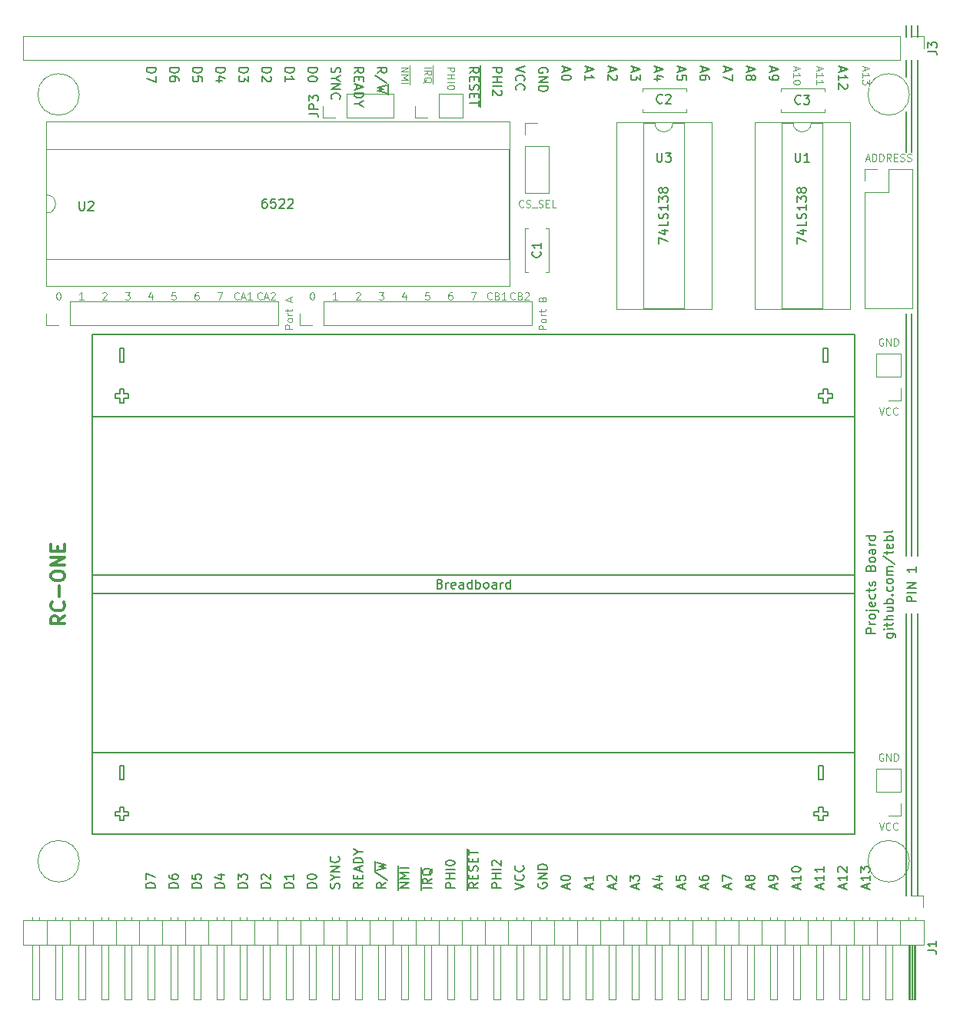
<source format=gto>
G04 #@! TF.FileFunction,Legend,Top*
%FSLAX46Y46*%
G04 Gerber Fmt 4.6, Leading zero omitted, Abs format (unit mm)*
G04 Created by KiCad (PCBNEW 4.0.7) date 12/20/19 23:37:23*
%MOMM*%
%LPD*%
G01*
G04 APERTURE LIST*
%ADD10C,0.100000*%
%ADD11C,0.200000*%
%ADD12C,0.150000*%
%ADD13C,0.300000*%
%ADD14C,0.120000*%
G04 APERTURE END LIST*
D10*
X126523810Y-78390714D02*
X126485715Y-78428810D01*
X126371429Y-78466905D01*
X126295239Y-78466905D01*
X126180953Y-78428810D01*
X126104762Y-78352619D01*
X126066667Y-78276429D01*
X126028572Y-78124048D01*
X126028572Y-78009762D01*
X126066667Y-77857381D01*
X126104762Y-77781190D01*
X126180953Y-77705000D01*
X126295239Y-77666905D01*
X126371429Y-77666905D01*
X126485715Y-77705000D01*
X126523810Y-77743095D01*
X126828572Y-78238333D02*
X127209524Y-78238333D01*
X126752381Y-78466905D02*
X127019048Y-77666905D01*
X127285715Y-78466905D01*
X127514286Y-77743095D02*
X127552381Y-77705000D01*
X127628572Y-77666905D01*
X127819048Y-77666905D01*
X127895238Y-77705000D01*
X127933334Y-77743095D01*
X127971429Y-77819286D01*
X127971429Y-77895476D01*
X127933334Y-78009762D01*
X127476191Y-78466905D01*
X127971429Y-78466905D01*
X123983810Y-78390714D02*
X123945715Y-78428810D01*
X123831429Y-78466905D01*
X123755239Y-78466905D01*
X123640953Y-78428810D01*
X123564762Y-78352619D01*
X123526667Y-78276429D01*
X123488572Y-78124048D01*
X123488572Y-78009762D01*
X123526667Y-77857381D01*
X123564762Y-77781190D01*
X123640953Y-77705000D01*
X123755239Y-77666905D01*
X123831429Y-77666905D01*
X123945715Y-77705000D01*
X123983810Y-77743095D01*
X124288572Y-78238333D02*
X124669524Y-78238333D01*
X124212381Y-78466905D02*
X124479048Y-77666905D01*
X124745715Y-78466905D01*
X125431429Y-78466905D02*
X124974286Y-78466905D01*
X125202857Y-78466905D02*
X125202857Y-77666905D01*
X125126667Y-77781190D01*
X125050476Y-77857381D01*
X124974286Y-77895476D01*
X154406667Y-78390714D02*
X154368572Y-78428810D01*
X154254286Y-78466905D01*
X154178096Y-78466905D01*
X154063810Y-78428810D01*
X153987619Y-78352619D01*
X153949524Y-78276429D01*
X153911429Y-78124048D01*
X153911429Y-78009762D01*
X153949524Y-77857381D01*
X153987619Y-77781190D01*
X154063810Y-77705000D01*
X154178096Y-77666905D01*
X154254286Y-77666905D01*
X154368572Y-77705000D01*
X154406667Y-77743095D01*
X155016191Y-78047857D02*
X155130477Y-78085952D01*
X155168572Y-78124048D01*
X155206667Y-78200238D01*
X155206667Y-78314524D01*
X155168572Y-78390714D01*
X155130477Y-78428810D01*
X155054286Y-78466905D01*
X154749524Y-78466905D01*
X154749524Y-77666905D01*
X155016191Y-77666905D01*
X155092381Y-77705000D01*
X155130477Y-77743095D01*
X155168572Y-77819286D01*
X155168572Y-77895476D01*
X155130477Y-77971667D01*
X155092381Y-78009762D01*
X155016191Y-78047857D01*
X154749524Y-78047857D01*
X155511429Y-77743095D02*
X155549524Y-77705000D01*
X155625715Y-77666905D01*
X155816191Y-77666905D01*
X155892381Y-77705000D01*
X155930477Y-77743095D01*
X155968572Y-77819286D01*
X155968572Y-77895476D01*
X155930477Y-78009762D01*
X155473334Y-78466905D01*
X155968572Y-78466905D01*
X151866667Y-78390714D02*
X151828572Y-78428810D01*
X151714286Y-78466905D01*
X151638096Y-78466905D01*
X151523810Y-78428810D01*
X151447619Y-78352619D01*
X151409524Y-78276429D01*
X151371429Y-78124048D01*
X151371429Y-78009762D01*
X151409524Y-77857381D01*
X151447619Y-77781190D01*
X151523810Y-77705000D01*
X151638096Y-77666905D01*
X151714286Y-77666905D01*
X151828572Y-77705000D01*
X151866667Y-77743095D01*
X152476191Y-78047857D02*
X152590477Y-78085952D01*
X152628572Y-78124048D01*
X152666667Y-78200238D01*
X152666667Y-78314524D01*
X152628572Y-78390714D01*
X152590477Y-78428810D01*
X152514286Y-78466905D01*
X152209524Y-78466905D01*
X152209524Y-77666905D01*
X152476191Y-77666905D01*
X152552381Y-77705000D01*
X152590477Y-77743095D01*
X152628572Y-77819286D01*
X152628572Y-77895476D01*
X152590477Y-77971667D01*
X152552381Y-78009762D01*
X152476191Y-78047857D01*
X152209524Y-78047857D01*
X153428572Y-78466905D02*
X152971429Y-78466905D01*
X153200000Y-78466905D02*
X153200000Y-77666905D01*
X153123810Y-77781190D01*
X153047619Y-77857381D01*
X152971429Y-77895476D01*
X121653334Y-77666905D02*
X122186667Y-77666905D01*
X121843810Y-78466905D01*
X119532381Y-77666905D02*
X119380000Y-77666905D01*
X119303810Y-77705000D01*
X119265715Y-77743095D01*
X119189524Y-77857381D01*
X119151429Y-78009762D01*
X119151429Y-78314524D01*
X119189524Y-78390714D01*
X119227619Y-78428810D01*
X119303810Y-78466905D01*
X119456191Y-78466905D01*
X119532381Y-78428810D01*
X119570477Y-78390714D01*
X119608572Y-78314524D01*
X119608572Y-78124048D01*
X119570477Y-78047857D01*
X119532381Y-78009762D01*
X119456191Y-77971667D01*
X119303810Y-77971667D01*
X119227619Y-78009762D01*
X119189524Y-78047857D01*
X119151429Y-78124048D01*
X117030477Y-77666905D02*
X116649524Y-77666905D01*
X116611429Y-78047857D01*
X116649524Y-78009762D01*
X116725715Y-77971667D01*
X116916191Y-77971667D01*
X116992381Y-78009762D01*
X117030477Y-78047857D01*
X117068572Y-78124048D01*
X117068572Y-78314524D01*
X117030477Y-78390714D01*
X116992381Y-78428810D01*
X116916191Y-78466905D01*
X116725715Y-78466905D01*
X116649524Y-78428810D01*
X116611429Y-78390714D01*
X114452381Y-77933571D02*
X114452381Y-78466905D01*
X114261905Y-77628810D02*
X114071429Y-78200238D01*
X114566667Y-78200238D01*
X111493334Y-77666905D02*
X111988572Y-77666905D01*
X111721905Y-77971667D01*
X111836191Y-77971667D01*
X111912381Y-78009762D01*
X111950477Y-78047857D01*
X111988572Y-78124048D01*
X111988572Y-78314524D01*
X111950477Y-78390714D01*
X111912381Y-78428810D01*
X111836191Y-78466905D01*
X111607619Y-78466905D01*
X111531429Y-78428810D01*
X111493334Y-78390714D01*
X108991429Y-77743095D02*
X109029524Y-77705000D01*
X109105715Y-77666905D01*
X109296191Y-77666905D01*
X109372381Y-77705000D01*
X109410477Y-77743095D01*
X109448572Y-77819286D01*
X109448572Y-77895476D01*
X109410477Y-78009762D01*
X108953334Y-78466905D01*
X109448572Y-78466905D01*
X106908572Y-78466905D02*
X106451429Y-78466905D01*
X106680000Y-78466905D02*
X106680000Y-77666905D01*
X106603810Y-77781190D01*
X106527619Y-77857381D01*
X106451429Y-77895476D01*
X104101905Y-77666905D02*
X104178096Y-77666905D01*
X104254286Y-77705000D01*
X104292381Y-77743095D01*
X104330477Y-77819286D01*
X104368572Y-77971667D01*
X104368572Y-78162143D01*
X104330477Y-78314524D01*
X104292381Y-78390714D01*
X104254286Y-78428810D01*
X104178096Y-78466905D01*
X104101905Y-78466905D01*
X104025715Y-78428810D01*
X103987619Y-78390714D01*
X103949524Y-78314524D01*
X103911429Y-78162143D01*
X103911429Y-77971667D01*
X103949524Y-77819286D01*
X103987619Y-77743095D01*
X104025715Y-77705000D01*
X104101905Y-77666905D01*
X134848572Y-78466905D02*
X134391429Y-78466905D01*
X134620000Y-78466905D02*
X134620000Y-77666905D01*
X134543810Y-77781190D01*
X134467619Y-77857381D01*
X134391429Y-77895476D01*
X136931429Y-77743095D02*
X136969524Y-77705000D01*
X137045715Y-77666905D01*
X137236191Y-77666905D01*
X137312381Y-77705000D01*
X137350477Y-77743095D01*
X137388572Y-77819286D01*
X137388572Y-77895476D01*
X137350477Y-78009762D01*
X136893334Y-78466905D01*
X137388572Y-78466905D01*
X139433334Y-77666905D02*
X139928572Y-77666905D01*
X139661905Y-77971667D01*
X139776191Y-77971667D01*
X139852381Y-78009762D01*
X139890477Y-78047857D01*
X139928572Y-78124048D01*
X139928572Y-78314524D01*
X139890477Y-78390714D01*
X139852381Y-78428810D01*
X139776191Y-78466905D01*
X139547619Y-78466905D01*
X139471429Y-78428810D01*
X139433334Y-78390714D01*
X142392381Y-77933571D02*
X142392381Y-78466905D01*
X142201905Y-77628810D02*
X142011429Y-78200238D01*
X142506667Y-78200238D01*
X144970477Y-77666905D02*
X144589524Y-77666905D01*
X144551429Y-78047857D01*
X144589524Y-78009762D01*
X144665715Y-77971667D01*
X144856191Y-77971667D01*
X144932381Y-78009762D01*
X144970477Y-78047857D01*
X145008572Y-78124048D01*
X145008572Y-78314524D01*
X144970477Y-78390714D01*
X144932381Y-78428810D01*
X144856191Y-78466905D01*
X144665715Y-78466905D01*
X144589524Y-78428810D01*
X144551429Y-78390714D01*
X147472381Y-77666905D02*
X147320000Y-77666905D01*
X147243810Y-77705000D01*
X147205715Y-77743095D01*
X147129524Y-77857381D01*
X147091429Y-78009762D01*
X147091429Y-78314524D01*
X147129524Y-78390714D01*
X147167619Y-78428810D01*
X147243810Y-78466905D01*
X147396191Y-78466905D01*
X147472381Y-78428810D01*
X147510477Y-78390714D01*
X147548572Y-78314524D01*
X147548572Y-78124048D01*
X147510477Y-78047857D01*
X147472381Y-78009762D01*
X147396191Y-77971667D01*
X147243810Y-77971667D01*
X147167619Y-78009762D01*
X147129524Y-78047857D01*
X147091429Y-78124048D01*
X149593334Y-77666905D02*
X150126667Y-77666905D01*
X149783810Y-78466905D01*
X132041905Y-77666905D02*
X132118096Y-77666905D01*
X132194286Y-77705000D01*
X132232381Y-77743095D01*
X132270477Y-77819286D01*
X132308572Y-77971667D01*
X132308572Y-78162143D01*
X132270477Y-78314524D01*
X132232381Y-78390714D01*
X132194286Y-78428810D01*
X132118096Y-78466905D01*
X132041905Y-78466905D01*
X131965715Y-78428810D01*
X131927619Y-78390714D01*
X131889524Y-78314524D01*
X131851429Y-78162143D01*
X131851429Y-77971667D01*
X131889524Y-77819286D01*
X131927619Y-77743095D01*
X131965715Y-77705000D01*
X132041905Y-77666905D01*
D11*
X198120000Y-62230000D02*
X198120000Y-52070000D01*
X197485000Y-57785000D02*
X197485000Y-62230000D01*
D10*
X194970477Y-128505000D02*
X194894286Y-128466905D01*
X194780001Y-128466905D01*
X194665715Y-128505000D01*
X194589524Y-128581190D01*
X194551429Y-128657381D01*
X194513334Y-128809762D01*
X194513334Y-128924048D01*
X194551429Y-129076429D01*
X194589524Y-129152619D01*
X194665715Y-129228810D01*
X194780001Y-129266905D01*
X194856191Y-129266905D01*
X194970477Y-129228810D01*
X195008572Y-129190714D01*
X195008572Y-128924048D01*
X194856191Y-128924048D01*
X195351429Y-129266905D02*
X195351429Y-128466905D01*
X195808572Y-129266905D01*
X195808572Y-128466905D01*
X196189524Y-129266905D02*
X196189524Y-128466905D01*
X196380000Y-128466905D01*
X196494286Y-128505000D01*
X196570477Y-128581190D01*
X196608572Y-128657381D01*
X196646667Y-128809762D01*
X196646667Y-128924048D01*
X196608572Y-129076429D01*
X196570477Y-129152619D01*
X196494286Y-129228810D01*
X196380000Y-129266905D01*
X196189524Y-129266905D01*
X194513333Y-136086905D02*
X194780000Y-136886905D01*
X195046667Y-136086905D01*
X195770476Y-136810714D02*
X195732381Y-136848810D01*
X195618095Y-136886905D01*
X195541905Y-136886905D01*
X195427619Y-136848810D01*
X195351428Y-136772619D01*
X195313333Y-136696429D01*
X195275238Y-136544048D01*
X195275238Y-136429762D01*
X195313333Y-136277381D01*
X195351428Y-136201190D01*
X195427619Y-136125000D01*
X195541905Y-136086905D01*
X195618095Y-136086905D01*
X195732381Y-136125000D01*
X195770476Y-136163095D01*
X196570476Y-136810714D02*
X196532381Y-136848810D01*
X196418095Y-136886905D01*
X196341905Y-136886905D01*
X196227619Y-136848810D01*
X196151428Y-136772619D01*
X196113333Y-136696429D01*
X196075238Y-136544048D01*
X196075238Y-136429762D01*
X196113333Y-136277381D01*
X196151428Y-136201190D01*
X196227619Y-136125000D01*
X196341905Y-136086905D01*
X196418095Y-136086905D01*
X196532381Y-136125000D01*
X196570476Y-136163095D01*
X194970477Y-82785000D02*
X194894286Y-82746905D01*
X194780001Y-82746905D01*
X194665715Y-82785000D01*
X194589524Y-82861190D01*
X194551429Y-82937381D01*
X194513334Y-83089762D01*
X194513334Y-83204048D01*
X194551429Y-83356429D01*
X194589524Y-83432619D01*
X194665715Y-83508810D01*
X194780001Y-83546905D01*
X194856191Y-83546905D01*
X194970477Y-83508810D01*
X195008572Y-83470714D01*
X195008572Y-83204048D01*
X194856191Y-83204048D01*
X195351429Y-83546905D02*
X195351429Y-82746905D01*
X195808572Y-83546905D01*
X195808572Y-82746905D01*
X196189524Y-83546905D02*
X196189524Y-82746905D01*
X196380000Y-82746905D01*
X196494286Y-82785000D01*
X196570477Y-82861190D01*
X196608572Y-82937381D01*
X196646667Y-83089762D01*
X196646667Y-83204048D01*
X196608572Y-83356429D01*
X196570477Y-83432619D01*
X196494286Y-83508810D01*
X196380000Y-83546905D01*
X196189524Y-83546905D01*
X194513333Y-90366905D02*
X194780000Y-91166905D01*
X195046667Y-90366905D01*
X195770476Y-91090714D02*
X195732381Y-91128810D01*
X195618095Y-91166905D01*
X195541905Y-91166905D01*
X195427619Y-91128810D01*
X195351428Y-91052619D01*
X195313333Y-90976429D01*
X195275238Y-90824048D01*
X195275238Y-90709762D01*
X195313333Y-90557381D01*
X195351428Y-90481190D01*
X195427619Y-90405000D01*
X195541905Y-90366905D01*
X195618095Y-90366905D01*
X195732381Y-90405000D01*
X195770476Y-90443095D01*
X196570476Y-91090714D02*
X196532381Y-91128810D01*
X196418095Y-91166905D01*
X196341905Y-91166905D01*
X196227619Y-91128810D01*
X196151428Y-91052619D01*
X196113333Y-90976429D01*
X196075238Y-90824048D01*
X196075238Y-90709762D01*
X196113333Y-90557381D01*
X196151428Y-90481190D01*
X196227619Y-90405000D01*
X196341905Y-90366905D01*
X196418095Y-90366905D01*
X196532381Y-90405000D01*
X196570476Y-90443095D01*
D11*
X197485000Y-52070000D02*
X197485000Y-53975000D01*
X198755000Y-80010000D02*
X198755000Y-52070000D01*
X198755000Y-106680000D02*
X198755000Y-80010000D01*
X198120000Y-80010000D02*
X198120000Y-106680000D01*
X197485000Y-106680000D02*
X197485000Y-80010000D01*
D10*
X146958095Y-52895476D02*
X147758095Y-52895476D01*
X147758095Y-53200238D01*
X147720000Y-53276429D01*
X147681905Y-53314524D01*
X147605714Y-53352619D01*
X147491429Y-53352619D01*
X147415238Y-53314524D01*
X147377143Y-53276429D01*
X147339048Y-53200238D01*
X147339048Y-52895476D01*
X146958095Y-53695476D02*
X147758095Y-53695476D01*
X147377143Y-53695476D02*
X147377143Y-54152619D01*
X146958095Y-54152619D02*
X147758095Y-54152619D01*
X146958095Y-54533571D02*
X147758095Y-54533571D01*
X147758095Y-55066904D02*
X147758095Y-55143095D01*
X147720000Y-55219285D01*
X147681905Y-55257380D01*
X147605714Y-55295476D01*
X147453333Y-55333571D01*
X147262857Y-55333571D01*
X147110476Y-55295476D01*
X147034286Y-55257380D01*
X146996190Y-55219285D01*
X146958095Y-55143095D01*
X146958095Y-55066904D01*
X146996190Y-54990714D01*
X147034286Y-54952618D01*
X147110476Y-54914523D01*
X147262857Y-54876428D01*
X147453333Y-54876428D01*
X147605714Y-54914523D01*
X147681905Y-54952618D01*
X147720000Y-54990714D01*
X147758095Y-55066904D01*
D12*
X147772381Y-143271905D02*
X146772381Y-143271905D01*
X146772381Y-142890952D01*
X146820000Y-142795714D01*
X146867619Y-142748095D01*
X146962857Y-142700476D01*
X147105714Y-142700476D01*
X147200952Y-142748095D01*
X147248571Y-142795714D01*
X147296190Y-142890952D01*
X147296190Y-143271905D01*
X147772381Y-142271905D02*
X146772381Y-142271905D01*
X147248571Y-142271905D02*
X147248571Y-141700476D01*
X147772381Y-141700476D02*
X146772381Y-141700476D01*
X147772381Y-141224286D02*
X146772381Y-141224286D01*
X146772381Y-140557620D02*
X146772381Y-140462381D01*
X146820000Y-140367143D01*
X146867619Y-140319524D01*
X146962857Y-140271905D01*
X147153333Y-140224286D01*
X147391429Y-140224286D01*
X147581905Y-140271905D01*
X147677143Y-140319524D01*
X147724762Y-140367143D01*
X147772381Y-140462381D01*
X147772381Y-140557620D01*
X147724762Y-140652858D01*
X147677143Y-140700477D01*
X147581905Y-140748096D01*
X147391429Y-140795715D01*
X147153333Y-140795715D01*
X146962857Y-140748096D01*
X146867619Y-140700477D01*
X146820000Y-140652858D01*
X146772381Y-140557620D01*
D10*
X192906667Y-52857381D02*
X192906667Y-53238333D01*
X192678095Y-52781190D02*
X193478095Y-53047857D01*
X192678095Y-53314524D01*
X192678095Y-54000238D02*
X192678095Y-53543095D01*
X192678095Y-53771666D02*
X193478095Y-53771666D01*
X193363810Y-53695476D01*
X193287619Y-53619285D01*
X193249524Y-53543095D01*
X193478095Y-54266905D02*
X193478095Y-54762143D01*
X193173333Y-54495476D01*
X193173333Y-54609762D01*
X193135238Y-54685952D01*
X193097143Y-54724048D01*
X193020952Y-54762143D01*
X192830476Y-54762143D01*
X192754286Y-54724048D01*
X192716190Y-54685952D01*
X192678095Y-54609762D01*
X192678095Y-54381190D01*
X192716190Y-54305000D01*
X192754286Y-54266905D01*
D12*
X190333333Y-52895476D02*
X190333333Y-53371667D01*
X190047619Y-52800238D02*
X191047619Y-53133571D01*
X190047619Y-53466905D01*
X190047619Y-54324048D02*
X190047619Y-53752619D01*
X190047619Y-54038333D02*
X191047619Y-54038333D01*
X190904762Y-53943095D01*
X190809524Y-53847857D01*
X190761905Y-53752619D01*
X190952381Y-54705000D02*
X191000000Y-54752619D01*
X191047619Y-54847857D01*
X191047619Y-55085953D01*
X191000000Y-55181191D01*
X190952381Y-55228810D01*
X190857143Y-55276429D01*
X190761905Y-55276429D01*
X190619048Y-55228810D01*
X190047619Y-54657381D01*
X190047619Y-55276429D01*
D10*
X187826667Y-52857381D02*
X187826667Y-53238333D01*
X187598095Y-52781190D02*
X188398095Y-53047857D01*
X187598095Y-53314524D01*
X187598095Y-54000238D02*
X187598095Y-53543095D01*
X187598095Y-53771666D02*
X188398095Y-53771666D01*
X188283810Y-53695476D01*
X188207619Y-53619285D01*
X188169524Y-53543095D01*
X187598095Y-54762143D02*
X187598095Y-54305000D01*
X187598095Y-54533571D02*
X188398095Y-54533571D01*
X188283810Y-54457381D01*
X188207619Y-54381190D01*
X188169524Y-54305000D01*
X185286667Y-52857381D02*
X185286667Y-53238333D01*
X185058095Y-52781190D02*
X185858095Y-53047857D01*
X185058095Y-53314524D01*
X185058095Y-54000238D02*
X185058095Y-53543095D01*
X185058095Y-53771666D02*
X185858095Y-53771666D01*
X185743810Y-53695476D01*
X185667619Y-53619285D01*
X185629524Y-53543095D01*
X185858095Y-54495476D02*
X185858095Y-54571667D01*
X185820000Y-54647857D01*
X185781905Y-54685952D01*
X185705714Y-54724048D01*
X185553333Y-54762143D01*
X185362857Y-54762143D01*
X185210476Y-54724048D01*
X185134286Y-54685952D01*
X185096190Y-54647857D01*
X185058095Y-54571667D01*
X185058095Y-54495476D01*
X185096190Y-54419286D01*
X185134286Y-54381190D01*
X185210476Y-54343095D01*
X185362857Y-54305000D01*
X185553333Y-54305000D01*
X185705714Y-54343095D01*
X185781905Y-54381190D01*
X185820000Y-54419286D01*
X185858095Y-54495476D01*
D12*
X182713333Y-52895476D02*
X182713333Y-53371667D01*
X182427619Y-52800238D02*
X183427619Y-53133571D01*
X182427619Y-53466905D01*
X182427619Y-53847857D02*
X182427619Y-54038333D01*
X182475238Y-54133572D01*
X182522857Y-54181191D01*
X182665714Y-54276429D01*
X182856190Y-54324048D01*
X183237143Y-54324048D01*
X183332381Y-54276429D01*
X183380000Y-54228810D01*
X183427619Y-54133572D01*
X183427619Y-53943095D01*
X183380000Y-53847857D01*
X183332381Y-53800238D01*
X183237143Y-53752619D01*
X182999048Y-53752619D01*
X182903810Y-53800238D01*
X182856190Y-53847857D01*
X182808571Y-53943095D01*
X182808571Y-54133572D01*
X182856190Y-54228810D01*
X182903810Y-54276429D01*
X182999048Y-54324048D01*
X180173333Y-52895476D02*
X180173333Y-53371667D01*
X179887619Y-52800238D02*
X180887619Y-53133571D01*
X179887619Y-53466905D01*
X180459048Y-53943095D02*
X180506667Y-53847857D01*
X180554286Y-53800238D01*
X180649524Y-53752619D01*
X180697143Y-53752619D01*
X180792381Y-53800238D01*
X180840000Y-53847857D01*
X180887619Y-53943095D01*
X180887619Y-54133572D01*
X180840000Y-54228810D01*
X180792381Y-54276429D01*
X180697143Y-54324048D01*
X180649524Y-54324048D01*
X180554286Y-54276429D01*
X180506667Y-54228810D01*
X180459048Y-54133572D01*
X180459048Y-53943095D01*
X180411429Y-53847857D01*
X180363810Y-53800238D01*
X180268571Y-53752619D01*
X180078095Y-53752619D01*
X179982857Y-53800238D01*
X179935238Y-53847857D01*
X179887619Y-53943095D01*
X179887619Y-54133572D01*
X179935238Y-54228810D01*
X179982857Y-54276429D01*
X180078095Y-54324048D01*
X180268571Y-54324048D01*
X180363810Y-54276429D01*
X180411429Y-54228810D01*
X180459048Y-54133572D01*
X177633333Y-52895476D02*
X177633333Y-53371667D01*
X177347619Y-52800238D02*
X178347619Y-53133571D01*
X177347619Y-53466905D01*
X178347619Y-53705000D02*
X178347619Y-54371667D01*
X177347619Y-53943095D01*
X175093333Y-52895476D02*
X175093333Y-53371667D01*
X174807619Y-52800238D02*
X175807619Y-53133571D01*
X174807619Y-53466905D01*
X175807619Y-54228810D02*
X175807619Y-54038333D01*
X175760000Y-53943095D01*
X175712381Y-53895476D01*
X175569524Y-53800238D01*
X175379048Y-53752619D01*
X174998095Y-53752619D01*
X174902857Y-53800238D01*
X174855238Y-53847857D01*
X174807619Y-53943095D01*
X174807619Y-54133572D01*
X174855238Y-54228810D01*
X174902857Y-54276429D01*
X174998095Y-54324048D01*
X175236190Y-54324048D01*
X175331429Y-54276429D01*
X175379048Y-54228810D01*
X175426667Y-54133572D01*
X175426667Y-53943095D01*
X175379048Y-53847857D01*
X175331429Y-53800238D01*
X175236190Y-53752619D01*
X172553333Y-52895476D02*
X172553333Y-53371667D01*
X172267619Y-52800238D02*
X173267619Y-53133571D01*
X172267619Y-53466905D01*
X173267619Y-54276429D02*
X173267619Y-53800238D01*
X172791429Y-53752619D01*
X172839048Y-53800238D01*
X172886667Y-53895476D01*
X172886667Y-54133572D01*
X172839048Y-54228810D01*
X172791429Y-54276429D01*
X172696190Y-54324048D01*
X172458095Y-54324048D01*
X172362857Y-54276429D01*
X172315238Y-54228810D01*
X172267619Y-54133572D01*
X172267619Y-53895476D01*
X172315238Y-53800238D01*
X172362857Y-53752619D01*
X170013333Y-52895476D02*
X170013333Y-53371667D01*
X169727619Y-52800238D02*
X170727619Y-53133571D01*
X169727619Y-53466905D01*
X170394286Y-54228810D02*
X169727619Y-54228810D01*
X170775238Y-53990714D02*
X170060952Y-53752619D01*
X170060952Y-54371667D01*
X167473333Y-52895476D02*
X167473333Y-53371667D01*
X167187619Y-52800238D02*
X168187619Y-53133571D01*
X167187619Y-53466905D01*
X168187619Y-53705000D02*
X168187619Y-54324048D01*
X167806667Y-53990714D01*
X167806667Y-54133572D01*
X167759048Y-54228810D01*
X167711429Y-54276429D01*
X167616190Y-54324048D01*
X167378095Y-54324048D01*
X167282857Y-54276429D01*
X167235238Y-54228810D01*
X167187619Y-54133572D01*
X167187619Y-53847857D01*
X167235238Y-53752619D01*
X167282857Y-53705000D01*
X164933333Y-52895476D02*
X164933333Y-53371667D01*
X164647619Y-52800238D02*
X165647619Y-53133571D01*
X164647619Y-53466905D01*
X165552381Y-53752619D02*
X165600000Y-53800238D01*
X165647619Y-53895476D01*
X165647619Y-54133572D01*
X165600000Y-54228810D01*
X165552381Y-54276429D01*
X165457143Y-54324048D01*
X165361905Y-54324048D01*
X165219048Y-54276429D01*
X164647619Y-53705000D01*
X164647619Y-54324048D01*
X162393333Y-52895476D02*
X162393333Y-53371667D01*
X162107619Y-52800238D02*
X163107619Y-53133571D01*
X162107619Y-53466905D01*
X162107619Y-54324048D02*
X162107619Y-53752619D01*
X162107619Y-54038333D02*
X163107619Y-54038333D01*
X162964762Y-53943095D01*
X162869524Y-53847857D01*
X162821905Y-53752619D01*
X159853333Y-52895476D02*
X159853333Y-53371667D01*
X159567619Y-52800238D02*
X160567619Y-53133571D01*
X159567619Y-53466905D01*
X160567619Y-53990714D02*
X160567619Y-54085953D01*
X160520000Y-54181191D01*
X160472381Y-54228810D01*
X160377143Y-54276429D01*
X160186667Y-54324048D01*
X159948571Y-54324048D01*
X159758095Y-54276429D01*
X159662857Y-54228810D01*
X159615238Y-54181191D01*
X159567619Y-54085953D01*
X159567619Y-53990714D01*
X159615238Y-53895476D01*
X159662857Y-53847857D01*
X159758095Y-53800238D01*
X159948571Y-53752619D01*
X160186667Y-53752619D01*
X160377143Y-53800238D01*
X160472381Y-53847857D01*
X160520000Y-53895476D01*
X160567619Y-53990714D01*
X157980000Y-53466905D02*
X158027619Y-53371667D01*
X158027619Y-53228810D01*
X157980000Y-53085952D01*
X157884762Y-52990714D01*
X157789524Y-52943095D01*
X157599048Y-52895476D01*
X157456190Y-52895476D01*
X157265714Y-52943095D01*
X157170476Y-52990714D01*
X157075238Y-53085952D01*
X157027619Y-53228810D01*
X157027619Y-53324048D01*
X157075238Y-53466905D01*
X157122857Y-53514524D01*
X157456190Y-53514524D01*
X157456190Y-53324048D01*
X157027619Y-53943095D02*
X158027619Y-53943095D01*
X157027619Y-54514524D01*
X158027619Y-54514524D01*
X157027619Y-54990714D02*
X158027619Y-54990714D01*
X158027619Y-55228809D01*
X157980000Y-55371667D01*
X157884762Y-55466905D01*
X157789524Y-55514524D01*
X157599048Y-55562143D01*
X157456190Y-55562143D01*
X157265714Y-55514524D01*
X157170476Y-55466905D01*
X157075238Y-55371667D01*
X157027619Y-55228809D01*
X157027619Y-54990714D01*
X155487619Y-52800238D02*
X154487619Y-53133571D01*
X155487619Y-53466905D01*
X154582857Y-54371667D02*
X154535238Y-54324048D01*
X154487619Y-54181191D01*
X154487619Y-54085953D01*
X154535238Y-53943095D01*
X154630476Y-53847857D01*
X154725714Y-53800238D01*
X154916190Y-53752619D01*
X155059048Y-53752619D01*
X155249524Y-53800238D01*
X155344762Y-53847857D01*
X155440000Y-53943095D01*
X155487619Y-54085953D01*
X155487619Y-54181191D01*
X155440000Y-54324048D01*
X155392381Y-54371667D01*
X154582857Y-55371667D02*
X154535238Y-55324048D01*
X154487619Y-55181191D01*
X154487619Y-55085953D01*
X154535238Y-54943095D01*
X154630476Y-54847857D01*
X154725714Y-54800238D01*
X154916190Y-54752619D01*
X155059048Y-54752619D01*
X155249524Y-54800238D01*
X155344762Y-54847857D01*
X155440000Y-54943095D01*
X155487619Y-55085953D01*
X155487619Y-55181191D01*
X155440000Y-55324048D01*
X155392381Y-55371667D01*
X151947619Y-52943095D02*
X152947619Y-52943095D01*
X152947619Y-53324048D01*
X152900000Y-53419286D01*
X152852381Y-53466905D01*
X152757143Y-53514524D01*
X152614286Y-53514524D01*
X152519048Y-53466905D01*
X152471429Y-53419286D01*
X152423810Y-53324048D01*
X152423810Y-52943095D01*
X151947619Y-53943095D02*
X152947619Y-53943095D01*
X152471429Y-53943095D02*
X152471429Y-54514524D01*
X151947619Y-54514524D02*
X152947619Y-54514524D01*
X151947619Y-54990714D02*
X152947619Y-54990714D01*
X152852381Y-55419285D02*
X152900000Y-55466904D01*
X152947619Y-55562142D01*
X152947619Y-55800238D01*
X152900000Y-55895476D01*
X152852381Y-55943095D01*
X152757143Y-55990714D01*
X152661905Y-55990714D01*
X152519048Y-55943095D01*
X151947619Y-55371666D01*
X151947619Y-55990714D01*
X149407619Y-53514524D02*
X149883810Y-53181190D01*
X149407619Y-52943095D02*
X150407619Y-52943095D01*
X150407619Y-53324048D01*
X150360000Y-53419286D01*
X150312381Y-53466905D01*
X150217143Y-53514524D01*
X150074286Y-53514524D01*
X149979048Y-53466905D01*
X149931429Y-53419286D01*
X149883810Y-53324048D01*
X149883810Y-52943095D01*
X149931429Y-53943095D02*
X149931429Y-54276429D01*
X149407619Y-54419286D02*
X149407619Y-53943095D01*
X150407619Y-53943095D01*
X150407619Y-54419286D01*
X149455238Y-54800238D02*
X149407619Y-54943095D01*
X149407619Y-55181191D01*
X149455238Y-55276429D01*
X149502857Y-55324048D01*
X149598095Y-55371667D01*
X149693333Y-55371667D01*
X149788571Y-55324048D01*
X149836190Y-55276429D01*
X149883810Y-55181191D01*
X149931429Y-54990714D01*
X149979048Y-54895476D01*
X150026667Y-54847857D01*
X150121905Y-54800238D01*
X150217143Y-54800238D01*
X150312381Y-54847857D01*
X150360000Y-54895476D01*
X150407619Y-54990714D01*
X150407619Y-55228810D01*
X150360000Y-55371667D01*
X149931429Y-55800238D02*
X149931429Y-56133572D01*
X149407619Y-56276429D02*
X149407619Y-55800238D01*
X150407619Y-55800238D01*
X150407619Y-56276429D01*
X150407619Y-56562143D02*
X150407619Y-57133572D01*
X149407619Y-56847857D02*
X150407619Y-56847857D01*
X150580000Y-52705000D02*
X150580000Y-57228810D01*
D10*
X144418095Y-52895476D02*
X145218095Y-52895476D01*
X144418095Y-53733571D02*
X144799048Y-53466904D01*
X144418095Y-53276428D02*
X145218095Y-53276428D01*
X145218095Y-53581190D01*
X145180000Y-53657381D01*
X145141905Y-53695476D01*
X145065714Y-53733571D01*
X144951429Y-53733571D01*
X144875238Y-53695476D01*
X144837143Y-53657381D01*
X144799048Y-53581190D01*
X144799048Y-53276428D01*
X144341905Y-54609762D02*
X144380000Y-54533571D01*
X144456190Y-54457381D01*
X144570476Y-54343095D01*
X144608571Y-54266904D01*
X144608571Y-54190714D01*
X144418095Y-54228809D02*
X144456190Y-54152619D01*
X144532381Y-54076428D01*
X144684762Y-54038333D01*
X144951429Y-54038333D01*
X145103810Y-54076428D01*
X145180000Y-54152619D01*
X145218095Y-54228809D01*
X145218095Y-54381190D01*
X145180000Y-54457381D01*
X145103810Y-54533571D01*
X144951429Y-54571666D01*
X144684762Y-54571666D01*
X144532381Y-54533571D01*
X144456190Y-54457381D01*
X144418095Y-54381190D01*
X144418095Y-54228809D01*
X145356000Y-52705000D02*
X145356000Y-54724047D01*
X141878095Y-52895476D02*
X142678095Y-52895476D01*
X141878095Y-53352619D01*
X142678095Y-53352619D01*
X141878095Y-53733571D02*
X142678095Y-53733571D01*
X142106667Y-54000238D01*
X142678095Y-54266905D01*
X141878095Y-54266905D01*
X141878095Y-54647857D02*
X142678095Y-54647857D01*
X142816000Y-52705000D02*
X142816000Y-54838333D01*
D12*
X139247619Y-53514524D02*
X139723810Y-53181190D01*
X139247619Y-52943095D02*
X140247619Y-52943095D01*
X140247619Y-53324048D01*
X140200000Y-53419286D01*
X140152381Y-53466905D01*
X140057143Y-53514524D01*
X139914286Y-53514524D01*
X139819048Y-53466905D01*
X139771429Y-53419286D01*
X139723810Y-53324048D01*
X139723810Y-52943095D01*
X140295238Y-54657381D02*
X139009524Y-53800238D01*
X140247619Y-54895476D02*
X139247619Y-55133571D01*
X139961905Y-55324048D01*
X139247619Y-55514524D01*
X140247619Y-55752619D01*
X140420000Y-54752619D02*
X140420000Y-55895476D01*
X136707619Y-53514524D02*
X137183810Y-53181190D01*
X136707619Y-52943095D02*
X137707619Y-52943095D01*
X137707619Y-53324048D01*
X137660000Y-53419286D01*
X137612381Y-53466905D01*
X137517143Y-53514524D01*
X137374286Y-53514524D01*
X137279048Y-53466905D01*
X137231429Y-53419286D01*
X137183810Y-53324048D01*
X137183810Y-52943095D01*
X137231429Y-53943095D02*
X137231429Y-54276429D01*
X136707619Y-54419286D02*
X136707619Y-53943095D01*
X137707619Y-53943095D01*
X137707619Y-54419286D01*
X136993333Y-54800238D02*
X136993333Y-55276429D01*
X136707619Y-54705000D02*
X137707619Y-55038333D01*
X136707619Y-55371667D01*
X136707619Y-55705000D02*
X137707619Y-55705000D01*
X137707619Y-55943095D01*
X137660000Y-56085953D01*
X137564762Y-56181191D01*
X137469524Y-56228810D01*
X137279048Y-56276429D01*
X137136190Y-56276429D01*
X136945714Y-56228810D01*
X136850476Y-56181191D01*
X136755238Y-56085953D01*
X136707619Y-55943095D01*
X136707619Y-55705000D01*
X137183810Y-56895476D02*
X136707619Y-56895476D01*
X137707619Y-56562143D02*
X137183810Y-56895476D01*
X137707619Y-57228810D01*
X134215238Y-52895476D02*
X134167619Y-53038333D01*
X134167619Y-53276429D01*
X134215238Y-53371667D01*
X134262857Y-53419286D01*
X134358095Y-53466905D01*
X134453333Y-53466905D01*
X134548571Y-53419286D01*
X134596190Y-53371667D01*
X134643810Y-53276429D01*
X134691429Y-53085952D01*
X134739048Y-52990714D01*
X134786667Y-52943095D01*
X134881905Y-52895476D01*
X134977143Y-52895476D01*
X135072381Y-52943095D01*
X135120000Y-52990714D01*
X135167619Y-53085952D01*
X135167619Y-53324048D01*
X135120000Y-53466905D01*
X134643810Y-54085952D02*
X134167619Y-54085952D01*
X135167619Y-53752619D02*
X134643810Y-54085952D01*
X135167619Y-54419286D01*
X134167619Y-54752619D02*
X135167619Y-54752619D01*
X134167619Y-55324048D01*
X135167619Y-55324048D01*
X134262857Y-56371667D02*
X134215238Y-56324048D01*
X134167619Y-56181191D01*
X134167619Y-56085953D01*
X134215238Y-55943095D01*
X134310476Y-55847857D01*
X134405714Y-55800238D01*
X134596190Y-55752619D01*
X134739048Y-55752619D01*
X134929524Y-55800238D01*
X135024762Y-55847857D01*
X135120000Y-55943095D01*
X135167619Y-56085953D01*
X135167619Y-56181191D01*
X135120000Y-56324048D01*
X135072381Y-56371667D01*
X131627619Y-52943095D02*
X132627619Y-52943095D01*
X132627619Y-53181190D01*
X132580000Y-53324048D01*
X132484762Y-53419286D01*
X132389524Y-53466905D01*
X132199048Y-53514524D01*
X132056190Y-53514524D01*
X131865714Y-53466905D01*
X131770476Y-53419286D01*
X131675238Y-53324048D01*
X131627619Y-53181190D01*
X131627619Y-52943095D01*
X132627619Y-54133571D02*
X132627619Y-54228810D01*
X132580000Y-54324048D01*
X132532381Y-54371667D01*
X132437143Y-54419286D01*
X132246667Y-54466905D01*
X132008571Y-54466905D01*
X131818095Y-54419286D01*
X131722857Y-54371667D01*
X131675238Y-54324048D01*
X131627619Y-54228810D01*
X131627619Y-54133571D01*
X131675238Y-54038333D01*
X131722857Y-53990714D01*
X131818095Y-53943095D01*
X132008571Y-53895476D01*
X132246667Y-53895476D01*
X132437143Y-53943095D01*
X132532381Y-53990714D01*
X132580000Y-54038333D01*
X132627619Y-54133571D01*
X129087619Y-52943095D02*
X130087619Y-52943095D01*
X130087619Y-53181190D01*
X130040000Y-53324048D01*
X129944762Y-53419286D01*
X129849524Y-53466905D01*
X129659048Y-53514524D01*
X129516190Y-53514524D01*
X129325714Y-53466905D01*
X129230476Y-53419286D01*
X129135238Y-53324048D01*
X129087619Y-53181190D01*
X129087619Y-52943095D01*
X129087619Y-54466905D02*
X129087619Y-53895476D01*
X129087619Y-54181190D02*
X130087619Y-54181190D01*
X129944762Y-54085952D01*
X129849524Y-53990714D01*
X129801905Y-53895476D01*
X126547619Y-52943095D02*
X127547619Y-52943095D01*
X127547619Y-53181190D01*
X127500000Y-53324048D01*
X127404762Y-53419286D01*
X127309524Y-53466905D01*
X127119048Y-53514524D01*
X126976190Y-53514524D01*
X126785714Y-53466905D01*
X126690476Y-53419286D01*
X126595238Y-53324048D01*
X126547619Y-53181190D01*
X126547619Y-52943095D01*
X127452381Y-53895476D02*
X127500000Y-53943095D01*
X127547619Y-54038333D01*
X127547619Y-54276429D01*
X127500000Y-54371667D01*
X127452381Y-54419286D01*
X127357143Y-54466905D01*
X127261905Y-54466905D01*
X127119048Y-54419286D01*
X126547619Y-53847857D01*
X126547619Y-54466905D01*
X124007619Y-52943095D02*
X125007619Y-52943095D01*
X125007619Y-53181190D01*
X124960000Y-53324048D01*
X124864762Y-53419286D01*
X124769524Y-53466905D01*
X124579048Y-53514524D01*
X124436190Y-53514524D01*
X124245714Y-53466905D01*
X124150476Y-53419286D01*
X124055238Y-53324048D01*
X124007619Y-53181190D01*
X124007619Y-52943095D01*
X125007619Y-53847857D02*
X125007619Y-54466905D01*
X124626667Y-54133571D01*
X124626667Y-54276429D01*
X124579048Y-54371667D01*
X124531429Y-54419286D01*
X124436190Y-54466905D01*
X124198095Y-54466905D01*
X124102857Y-54419286D01*
X124055238Y-54371667D01*
X124007619Y-54276429D01*
X124007619Y-53990714D01*
X124055238Y-53895476D01*
X124102857Y-53847857D01*
X121467619Y-52943095D02*
X122467619Y-52943095D01*
X122467619Y-53181190D01*
X122420000Y-53324048D01*
X122324762Y-53419286D01*
X122229524Y-53466905D01*
X122039048Y-53514524D01*
X121896190Y-53514524D01*
X121705714Y-53466905D01*
X121610476Y-53419286D01*
X121515238Y-53324048D01*
X121467619Y-53181190D01*
X121467619Y-52943095D01*
X122134286Y-54371667D02*
X121467619Y-54371667D01*
X122515238Y-54133571D02*
X121800952Y-53895476D01*
X121800952Y-54514524D01*
X118927619Y-52943095D02*
X119927619Y-52943095D01*
X119927619Y-53181190D01*
X119880000Y-53324048D01*
X119784762Y-53419286D01*
X119689524Y-53466905D01*
X119499048Y-53514524D01*
X119356190Y-53514524D01*
X119165714Y-53466905D01*
X119070476Y-53419286D01*
X118975238Y-53324048D01*
X118927619Y-53181190D01*
X118927619Y-52943095D01*
X119927619Y-54419286D02*
X119927619Y-53943095D01*
X119451429Y-53895476D01*
X119499048Y-53943095D01*
X119546667Y-54038333D01*
X119546667Y-54276429D01*
X119499048Y-54371667D01*
X119451429Y-54419286D01*
X119356190Y-54466905D01*
X119118095Y-54466905D01*
X119022857Y-54419286D01*
X118975238Y-54371667D01*
X118927619Y-54276429D01*
X118927619Y-54038333D01*
X118975238Y-53943095D01*
X119022857Y-53895476D01*
X116387619Y-52943095D02*
X117387619Y-52943095D01*
X117387619Y-53181190D01*
X117340000Y-53324048D01*
X117244762Y-53419286D01*
X117149524Y-53466905D01*
X116959048Y-53514524D01*
X116816190Y-53514524D01*
X116625714Y-53466905D01*
X116530476Y-53419286D01*
X116435238Y-53324048D01*
X116387619Y-53181190D01*
X116387619Y-52943095D01*
X117387619Y-54371667D02*
X117387619Y-54181190D01*
X117340000Y-54085952D01*
X117292381Y-54038333D01*
X117149524Y-53943095D01*
X116959048Y-53895476D01*
X116578095Y-53895476D01*
X116482857Y-53943095D01*
X116435238Y-53990714D01*
X116387619Y-54085952D01*
X116387619Y-54276429D01*
X116435238Y-54371667D01*
X116482857Y-54419286D01*
X116578095Y-54466905D01*
X116816190Y-54466905D01*
X116911429Y-54419286D01*
X116959048Y-54371667D01*
X117006667Y-54276429D01*
X117006667Y-54085952D01*
X116959048Y-53990714D01*
X116911429Y-53943095D01*
X116816190Y-53895476D01*
X113847619Y-52943095D02*
X114847619Y-52943095D01*
X114847619Y-53181190D01*
X114800000Y-53324048D01*
X114704762Y-53419286D01*
X114609524Y-53466905D01*
X114419048Y-53514524D01*
X114276190Y-53514524D01*
X114085714Y-53466905D01*
X113990476Y-53419286D01*
X113895238Y-53324048D01*
X113847619Y-53181190D01*
X113847619Y-52943095D01*
X114847619Y-53847857D02*
X114847619Y-54514524D01*
X113847619Y-54085952D01*
X193206667Y-143319524D02*
X193206667Y-142843333D01*
X193492381Y-143414762D02*
X192492381Y-143081429D01*
X193492381Y-142748095D01*
X193492381Y-141890952D02*
X193492381Y-142462381D01*
X193492381Y-142176667D02*
X192492381Y-142176667D01*
X192635238Y-142271905D01*
X192730476Y-142367143D01*
X192778095Y-142462381D01*
X192492381Y-141557619D02*
X192492381Y-140938571D01*
X192873333Y-141271905D01*
X192873333Y-141129047D01*
X192920952Y-141033809D01*
X192968571Y-140986190D01*
X193063810Y-140938571D01*
X193301905Y-140938571D01*
X193397143Y-140986190D01*
X193444762Y-141033809D01*
X193492381Y-141129047D01*
X193492381Y-141414762D01*
X193444762Y-141510000D01*
X193397143Y-141557619D01*
X190666667Y-143319524D02*
X190666667Y-142843333D01*
X190952381Y-143414762D02*
X189952381Y-143081429D01*
X190952381Y-142748095D01*
X190952381Y-141890952D02*
X190952381Y-142462381D01*
X190952381Y-142176667D02*
X189952381Y-142176667D01*
X190095238Y-142271905D01*
X190190476Y-142367143D01*
X190238095Y-142462381D01*
X190047619Y-141510000D02*
X190000000Y-141462381D01*
X189952381Y-141367143D01*
X189952381Y-141129047D01*
X190000000Y-141033809D01*
X190047619Y-140986190D01*
X190142857Y-140938571D01*
X190238095Y-140938571D01*
X190380952Y-140986190D01*
X190952381Y-141557619D01*
X190952381Y-140938571D01*
X188126667Y-143319524D02*
X188126667Y-142843333D01*
X188412381Y-143414762D02*
X187412381Y-143081429D01*
X188412381Y-142748095D01*
X188412381Y-141890952D02*
X188412381Y-142462381D01*
X188412381Y-142176667D02*
X187412381Y-142176667D01*
X187555238Y-142271905D01*
X187650476Y-142367143D01*
X187698095Y-142462381D01*
X188412381Y-140938571D02*
X188412381Y-141510000D01*
X188412381Y-141224286D02*
X187412381Y-141224286D01*
X187555238Y-141319524D01*
X187650476Y-141414762D01*
X187698095Y-141510000D01*
X185586667Y-143319524D02*
X185586667Y-142843333D01*
X185872381Y-143414762D02*
X184872381Y-143081429D01*
X185872381Y-142748095D01*
X185872381Y-141890952D02*
X185872381Y-142462381D01*
X185872381Y-142176667D02*
X184872381Y-142176667D01*
X185015238Y-142271905D01*
X185110476Y-142367143D01*
X185158095Y-142462381D01*
X184872381Y-141271905D02*
X184872381Y-141176666D01*
X184920000Y-141081428D01*
X184967619Y-141033809D01*
X185062857Y-140986190D01*
X185253333Y-140938571D01*
X185491429Y-140938571D01*
X185681905Y-140986190D01*
X185777143Y-141033809D01*
X185824762Y-141081428D01*
X185872381Y-141176666D01*
X185872381Y-141271905D01*
X185824762Y-141367143D01*
X185777143Y-141414762D01*
X185681905Y-141462381D01*
X185491429Y-141510000D01*
X185253333Y-141510000D01*
X185062857Y-141462381D01*
X184967619Y-141414762D01*
X184920000Y-141367143D01*
X184872381Y-141271905D01*
X183046667Y-143319524D02*
X183046667Y-142843333D01*
X183332381Y-143414762D02*
X182332381Y-143081429D01*
X183332381Y-142748095D01*
X183332381Y-142367143D02*
X183332381Y-142176667D01*
X183284762Y-142081428D01*
X183237143Y-142033809D01*
X183094286Y-141938571D01*
X182903810Y-141890952D01*
X182522857Y-141890952D01*
X182427619Y-141938571D01*
X182380000Y-141986190D01*
X182332381Y-142081428D01*
X182332381Y-142271905D01*
X182380000Y-142367143D01*
X182427619Y-142414762D01*
X182522857Y-142462381D01*
X182760952Y-142462381D01*
X182856190Y-142414762D01*
X182903810Y-142367143D01*
X182951429Y-142271905D01*
X182951429Y-142081428D01*
X182903810Y-141986190D01*
X182856190Y-141938571D01*
X182760952Y-141890952D01*
X180506667Y-143319524D02*
X180506667Y-142843333D01*
X180792381Y-143414762D02*
X179792381Y-143081429D01*
X180792381Y-142748095D01*
X180220952Y-142271905D02*
X180173333Y-142367143D01*
X180125714Y-142414762D01*
X180030476Y-142462381D01*
X179982857Y-142462381D01*
X179887619Y-142414762D01*
X179840000Y-142367143D01*
X179792381Y-142271905D01*
X179792381Y-142081428D01*
X179840000Y-141986190D01*
X179887619Y-141938571D01*
X179982857Y-141890952D01*
X180030476Y-141890952D01*
X180125714Y-141938571D01*
X180173333Y-141986190D01*
X180220952Y-142081428D01*
X180220952Y-142271905D01*
X180268571Y-142367143D01*
X180316190Y-142414762D01*
X180411429Y-142462381D01*
X180601905Y-142462381D01*
X180697143Y-142414762D01*
X180744762Y-142367143D01*
X180792381Y-142271905D01*
X180792381Y-142081428D01*
X180744762Y-141986190D01*
X180697143Y-141938571D01*
X180601905Y-141890952D01*
X180411429Y-141890952D01*
X180316190Y-141938571D01*
X180268571Y-141986190D01*
X180220952Y-142081428D01*
X177966667Y-143319524D02*
X177966667Y-142843333D01*
X178252381Y-143414762D02*
X177252381Y-143081429D01*
X178252381Y-142748095D01*
X177252381Y-142510000D02*
X177252381Y-141843333D01*
X178252381Y-142271905D01*
X175426667Y-143319524D02*
X175426667Y-142843333D01*
X175712381Y-143414762D02*
X174712381Y-143081429D01*
X175712381Y-142748095D01*
X174712381Y-141986190D02*
X174712381Y-142176667D01*
X174760000Y-142271905D01*
X174807619Y-142319524D01*
X174950476Y-142414762D01*
X175140952Y-142462381D01*
X175521905Y-142462381D01*
X175617143Y-142414762D01*
X175664762Y-142367143D01*
X175712381Y-142271905D01*
X175712381Y-142081428D01*
X175664762Y-141986190D01*
X175617143Y-141938571D01*
X175521905Y-141890952D01*
X175283810Y-141890952D01*
X175188571Y-141938571D01*
X175140952Y-141986190D01*
X175093333Y-142081428D01*
X175093333Y-142271905D01*
X175140952Y-142367143D01*
X175188571Y-142414762D01*
X175283810Y-142462381D01*
X172886667Y-143319524D02*
X172886667Y-142843333D01*
X173172381Y-143414762D02*
X172172381Y-143081429D01*
X173172381Y-142748095D01*
X172172381Y-141938571D02*
X172172381Y-142414762D01*
X172648571Y-142462381D01*
X172600952Y-142414762D01*
X172553333Y-142319524D01*
X172553333Y-142081428D01*
X172600952Y-141986190D01*
X172648571Y-141938571D01*
X172743810Y-141890952D01*
X172981905Y-141890952D01*
X173077143Y-141938571D01*
X173124762Y-141986190D01*
X173172381Y-142081428D01*
X173172381Y-142319524D01*
X173124762Y-142414762D01*
X173077143Y-142462381D01*
X170346667Y-143319524D02*
X170346667Y-142843333D01*
X170632381Y-143414762D02*
X169632381Y-143081429D01*
X170632381Y-142748095D01*
X169965714Y-141986190D02*
X170632381Y-141986190D01*
X169584762Y-142224286D02*
X170299048Y-142462381D01*
X170299048Y-141843333D01*
X167806667Y-143319524D02*
X167806667Y-142843333D01*
X168092381Y-143414762D02*
X167092381Y-143081429D01*
X168092381Y-142748095D01*
X167092381Y-142510000D02*
X167092381Y-141890952D01*
X167473333Y-142224286D01*
X167473333Y-142081428D01*
X167520952Y-141986190D01*
X167568571Y-141938571D01*
X167663810Y-141890952D01*
X167901905Y-141890952D01*
X167997143Y-141938571D01*
X168044762Y-141986190D01*
X168092381Y-142081428D01*
X168092381Y-142367143D01*
X168044762Y-142462381D01*
X167997143Y-142510000D01*
X165266667Y-143319524D02*
X165266667Y-142843333D01*
X165552381Y-143414762D02*
X164552381Y-143081429D01*
X165552381Y-142748095D01*
X164647619Y-142462381D02*
X164600000Y-142414762D01*
X164552381Y-142319524D01*
X164552381Y-142081428D01*
X164600000Y-141986190D01*
X164647619Y-141938571D01*
X164742857Y-141890952D01*
X164838095Y-141890952D01*
X164980952Y-141938571D01*
X165552381Y-142510000D01*
X165552381Y-141890952D01*
X162726667Y-143319524D02*
X162726667Y-142843333D01*
X163012381Y-143414762D02*
X162012381Y-143081429D01*
X163012381Y-142748095D01*
X163012381Y-141890952D02*
X163012381Y-142462381D01*
X163012381Y-142176667D02*
X162012381Y-142176667D01*
X162155238Y-142271905D01*
X162250476Y-142367143D01*
X162298095Y-142462381D01*
X160186667Y-143319524D02*
X160186667Y-142843333D01*
X160472381Y-143414762D02*
X159472381Y-143081429D01*
X160472381Y-142748095D01*
X159472381Y-142224286D02*
X159472381Y-142129047D01*
X159520000Y-142033809D01*
X159567619Y-141986190D01*
X159662857Y-141938571D01*
X159853333Y-141890952D01*
X160091429Y-141890952D01*
X160281905Y-141938571D01*
X160377143Y-141986190D01*
X160424762Y-142033809D01*
X160472381Y-142129047D01*
X160472381Y-142224286D01*
X160424762Y-142319524D01*
X160377143Y-142367143D01*
X160281905Y-142414762D01*
X160091429Y-142462381D01*
X159853333Y-142462381D01*
X159662857Y-142414762D01*
X159567619Y-142367143D01*
X159520000Y-142319524D01*
X159472381Y-142224286D01*
X156980000Y-142748095D02*
X156932381Y-142843333D01*
X156932381Y-142986190D01*
X156980000Y-143129048D01*
X157075238Y-143224286D01*
X157170476Y-143271905D01*
X157360952Y-143319524D01*
X157503810Y-143319524D01*
X157694286Y-143271905D01*
X157789524Y-143224286D01*
X157884762Y-143129048D01*
X157932381Y-142986190D01*
X157932381Y-142890952D01*
X157884762Y-142748095D01*
X157837143Y-142700476D01*
X157503810Y-142700476D01*
X157503810Y-142890952D01*
X157932381Y-142271905D02*
X156932381Y-142271905D01*
X157932381Y-141700476D01*
X156932381Y-141700476D01*
X157932381Y-141224286D02*
X156932381Y-141224286D01*
X156932381Y-140986191D01*
X156980000Y-140843333D01*
X157075238Y-140748095D01*
X157170476Y-140700476D01*
X157360952Y-140652857D01*
X157503810Y-140652857D01*
X157694286Y-140700476D01*
X157789524Y-140748095D01*
X157884762Y-140843333D01*
X157932381Y-140986191D01*
X157932381Y-141224286D01*
X154392381Y-143414762D02*
X155392381Y-143081429D01*
X154392381Y-142748095D01*
X155297143Y-141843333D02*
X155344762Y-141890952D01*
X155392381Y-142033809D01*
X155392381Y-142129047D01*
X155344762Y-142271905D01*
X155249524Y-142367143D01*
X155154286Y-142414762D01*
X154963810Y-142462381D01*
X154820952Y-142462381D01*
X154630476Y-142414762D01*
X154535238Y-142367143D01*
X154440000Y-142271905D01*
X154392381Y-142129047D01*
X154392381Y-142033809D01*
X154440000Y-141890952D01*
X154487619Y-141843333D01*
X155297143Y-140843333D02*
X155344762Y-140890952D01*
X155392381Y-141033809D01*
X155392381Y-141129047D01*
X155344762Y-141271905D01*
X155249524Y-141367143D01*
X155154286Y-141414762D01*
X154963810Y-141462381D01*
X154820952Y-141462381D01*
X154630476Y-141414762D01*
X154535238Y-141367143D01*
X154440000Y-141271905D01*
X154392381Y-141129047D01*
X154392381Y-141033809D01*
X154440000Y-140890952D01*
X154487619Y-140843333D01*
X152852381Y-143271905D02*
X151852381Y-143271905D01*
X151852381Y-142890952D01*
X151900000Y-142795714D01*
X151947619Y-142748095D01*
X152042857Y-142700476D01*
X152185714Y-142700476D01*
X152280952Y-142748095D01*
X152328571Y-142795714D01*
X152376190Y-142890952D01*
X152376190Y-143271905D01*
X152852381Y-142271905D02*
X151852381Y-142271905D01*
X152328571Y-142271905D02*
X152328571Y-141700476D01*
X152852381Y-141700476D02*
X151852381Y-141700476D01*
X152852381Y-141224286D02*
X151852381Y-141224286D01*
X151947619Y-140795715D02*
X151900000Y-140748096D01*
X151852381Y-140652858D01*
X151852381Y-140414762D01*
X151900000Y-140319524D01*
X151947619Y-140271905D01*
X152042857Y-140224286D01*
X152138095Y-140224286D01*
X152280952Y-140271905D01*
X152852381Y-140843334D01*
X152852381Y-140224286D01*
X150312381Y-142700476D02*
X149836190Y-143033810D01*
X150312381Y-143271905D02*
X149312381Y-143271905D01*
X149312381Y-142890952D01*
X149360000Y-142795714D01*
X149407619Y-142748095D01*
X149502857Y-142700476D01*
X149645714Y-142700476D01*
X149740952Y-142748095D01*
X149788571Y-142795714D01*
X149836190Y-142890952D01*
X149836190Y-143271905D01*
X149788571Y-142271905D02*
X149788571Y-141938571D01*
X150312381Y-141795714D02*
X150312381Y-142271905D01*
X149312381Y-142271905D01*
X149312381Y-141795714D01*
X150264762Y-141414762D02*
X150312381Y-141271905D01*
X150312381Y-141033809D01*
X150264762Y-140938571D01*
X150217143Y-140890952D01*
X150121905Y-140843333D01*
X150026667Y-140843333D01*
X149931429Y-140890952D01*
X149883810Y-140938571D01*
X149836190Y-141033809D01*
X149788571Y-141224286D01*
X149740952Y-141319524D01*
X149693333Y-141367143D01*
X149598095Y-141414762D01*
X149502857Y-141414762D01*
X149407619Y-141367143D01*
X149360000Y-141319524D01*
X149312381Y-141224286D01*
X149312381Y-140986190D01*
X149360000Y-140843333D01*
X149788571Y-140414762D02*
X149788571Y-140081428D01*
X150312381Y-139938571D02*
X150312381Y-140414762D01*
X149312381Y-140414762D01*
X149312381Y-139938571D01*
X149312381Y-139652857D02*
X149312381Y-139081428D01*
X150312381Y-139367143D02*
X149312381Y-139367143D01*
X149140000Y-143510000D02*
X149140000Y-138986190D01*
X145232381Y-143271905D02*
X144232381Y-143271905D01*
X145232381Y-142224286D02*
X144756190Y-142557620D01*
X145232381Y-142795715D02*
X144232381Y-142795715D01*
X144232381Y-142414762D01*
X144280000Y-142319524D01*
X144327619Y-142271905D01*
X144422857Y-142224286D01*
X144565714Y-142224286D01*
X144660952Y-142271905D01*
X144708571Y-142319524D01*
X144756190Y-142414762D01*
X144756190Y-142795715D01*
X145327619Y-141129048D02*
X145280000Y-141224286D01*
X145184762Y-141319524D01*
X145041905Y-141462381D01*
X144994286Y-141557620D01*
X144994286Y-141652858D01*
X145232381Y-141605239D02*
X145184762Y-141700477D01*
X145089524Y-141795715D01*
X144899048Y-141843334D01*
X144565714Y-141843334D01*
X144375238Y-141795715D01*
X144280000Y-141700477D01*
X144232381Y-141605239D01*
X144232381Y-141414762D01*
X144280000Y-141319524D01*
X144375238Y-141224286D01*
X144565714Y-141176667D01*
X144899048Y-141176667D01*
X145089524Y-141224286D01*
X145184762Y-141319524D01*
X145232381Y-141414762D01*
X145232381Y-141605239D01*
X144060000Y-143510000D02*
X144060000Y-140986191D01*
X142692381Y-143271905D02*
X141692381Y-143271905D01*
X142692381Y-142700476D01*
X141692381Y-142700476D01*
X142692381Y-142224286D02*
X141692381Y-142224286D01*
X142406667Y-141890952D01*
X141692381Y-141557619D01*
X142692381Y-141557619D01*
X142692381Y-141081429D02*
X141692381Y-141081429D01*
X141520000Y-143510000D02*
X141520000Y-140843334D01*
X140152381Y-142700476D02*
X139676190Y-143033810D01*
X140152381Y-143271905D02*
X139152381Y-143271905D01*
X139152381Y-142890952D01*
X139200000Y-142795714D01*
X139247619Y-142748095D01*
X139342857Y-142700476D01*
X139485714Y-142700476D01*
X139580952Y-142748095D01*
X139628571Y-142795714D01*
X139676190Y-142890952D01*
X139676190Y-143271905D01*
X139104762Y-141557619D02*
X140390476Y-142414762D01*
X139152381Y-141319524D02*
X140152381Y-141081429D01*
X139438095Y-140890952D01*
X140152381Y-140700476D01*
X139152381Y-140462381D01*
X138980000Y-141462381D02*
X138980000Y-140319524D01*
X137612381Y-142700476D02*
X137136190Y-143033810D01*
X137612381Y-143271905D02*
X136612381Y-143271905D01*
X136612381Y-142890952D01*
X136660000Y-142795714D01*
X136707619Y-142748095D01*
X136802857Y-142700476D01*
X136945714Y-142700476D01*
X137040952Y-142748095D01*
X137088571Y-142795714D01*
X137136190Y-142890952D01*
X137136190Y-143271905D01*
X137088571Y-142271905D02*
X137088571Y-141938571D01*
X137612381Y-141795714D02*
X137612381Y-142271905D01*
X136612381Y-142271905D01*
X136612381Y-141795714D01*
X137326667Y-141414762D02*
X137326667Y-140938571D01*
X137612381Y-141510000D02*
X136612381Y-141176667D01*
X137612381Y-140843333D01*
X137612381Y-140510000D02*
X136612381Y-140510000D01*
X136612381Y-140271905D01*
X136660000Y-140129047D01*
X136755238Y-140033809D01*
X136850476Y-139986190D01*
X137040952Y-139938571D01*
X137183810Y-139938571D01*
X137374286Y-139986190D01*
X137469524Y-140033809D01*
X137564762Y-140129047D01*
X137612381Y-140271905D01*
X137612381Y-140510000D01*
X137136190Y-139319524D02*
X137612381Y-139319524D01*
X136612381Y-139652857D02*
X137136190Y-139319524D01*
X136612381Y-138986190D01*
X135024762Y-143319524D02*
X135072381Y-143176667D01*
X135072381Y-142938571D01*
X135024762Y-142843333D01*
X134977143Y-142795714D01*
X134881905Y-142748095D01*
X134786667Y-142748095D01*
X134691429Y-142795714D01*
X134643810Y-142843333D01*
X134596190Y-142938571D01*
X134548571Y-143129048D01*
X134500952Y-143224286D01*
X134453333Y-143271905D01*
X134358095Y-143319524D01*
X134262857Y-143319524D01*
X134167619Y-143271905D01*
X134120000Y-143224286D01*
X134072381Y-143129048D01*
X134072381Y-142890952D01*
X134120000Y-142748095D01*
X134596190Y-142129048D02*
X135072381Y-142129048D01*
X134072381Y-142462381D02*
X134596190Y-142129048D01*
X134072381Y-141795714D01*
X135072381Y-141462381D02*
X134072381Y-141462381D01*
X135072381Y-140890952D01*
X134072381Y-140890952D01*
X134977143Y-139843333D02*
X135024762Y-139890952D01*
X135072381Y-140033809D01*
X135072381Y-140129047D01*
X135024762Y-140271905D01*
X134929524Y-140367143D01*
X134834286Y-140414762D01*
X134643810Y-140462381D01*
X134500952Y-140462381D01*
X134310476Y-140414762D01*
X134215238Y-140367143D01*
X134120000Y-140271905D01*
X134072381Y-140129047D01*
X134072381Y-140033809D01*
X134120000Y-139890952D01*
X134167619Y-139843333D01*
X132532381Y-143271905D02*
X131532381Y-143271905D01*
X131532381Y-143033810D01*
X131580000Y-142890952D01*
X131675238Y-142795714D01*
X131770476Y-142748095D01*
X131960952Y-142700476D01*
X132103810Y-142700476D01*
X132294286Y-142748095D01*
X132389524Y-142795714D01*
X132484762Y-142890952D01*
X132532381Y-143033810D01*
X132532381Y-143271905D01*
X131532381Y-142081429D02*
X131532381Y-141986190D01*
X131580000Y-141890952D01*
X131627619Y-141843333D01*
X131722857Y-141795714D01*
X131913333Y-141748095D01*
X132151429Y-141748095D01*
X132341905Y-141795714D01*
X132437143Y-141843333D01*
X132484762Y-141890952D01*
X132532381Y-141986190D01*
X132532381Y-142081429D01*
X132484762Y-142176667D01*
X132437143Y-142224286D01*
X132341905Y-142271905D01*
X132151429Y-142319524D01*
X131913333Y-142319524D01*
X131722857Y-142271905D01*
X131627619Y-142224286D01*
X131580000Y-142176667D01*
X131532381Y-142081429D01*
X129992381Y-143271905D02*
X128992381Y-143271905D01*
X128992381Y-143033810D01*
X129040000Y-142890952D01*
X129135238Y-142795714D01*
X129230476Y-142748095D01*
X129420952Y-142700476D01*
X129563810Y-142700476D01*
X129754286Y-142748095D01*
X129849524Y-142795714D01*
X129944762Y-142890952D01*
X129992381Y-143033810D01*
X129992381Y-143271905D01*
X129992381Y-141748095D02*
X129992381Y-142319524D01*
X129992381Y-142033810D02*
X128992381Y-142033810D01*
X129135238Y-142129048D01*
X129230476Y-142224286D01*
X129278095Y-142319524D01*
X127452381Y-143271905D02*
X126452381Y-143271905D01*
X126452381Y-143033810D01*
X126500000Y-142890952D01*
X126595238Y-142795714D01*
X126690476Y-142748095D01*
X126880952Y-142700476D01*
X127023810Y-142700476D01*
X127214286Y-142748095D01*
X127309524Y-142795714D01*
X127404762Y-142890952D01*
X127452381Y-143033810D01*
X127452381Y-143271905D01*
X126547619Y-142319524D02*
X126500000Y-142271905D01*
X126452381Y-142176667D01*
X126452381Y-141938571D01*
X126500000Y-141843333D01*
X126547619Y-141795714D01*
X126642857Y-141748095D01*
X126738095Y-141748095D01*
X126880952Y-141795714D01*
X127452381Y-142367143D01*
X127452381Y-141748095D01*
X124912381Y-143271905D02*
X123912381Y-143271905D01*
X123912381Y-143033810D01*
X123960000Y-142890952D01*
X124055238Y-142795714D01*
X124150476Y-142748095D01*
X124340952Y-142700476D01*
X124483810Y-142700476D01*
X124674286Y-142748095D01*
X124769524Y-142795714D01*
X124864762Y-142890952D01*
X124912381Y-143033810D01*
X124912381Y-143271905D01*
X123912381Y-142367143D02*
X123912381Y-141748095D01*
X124293333Y-142081429D01*
X124293333Y-141938571D01*
X124340952Y-141843333D01*
X124388571Y-141795714D01*
X124483810Y-141748095D01*
X124721905Y-141748095D01*
X124817143Y-141795714D01*
X124864762Y-141843333D01*
X124912381Y-141938571D01*
X124912381Y-142224286D01*
X124864762Y-142319524D01*
X124817143Y-142367143D01*
X122372381Y-143271905D02*
X121372381Y-143271905D01*
X121372381Y-143033810D01*
X121420000Y-142890952D01*
X121515238Y-142795714D01*
X121610476Y-142748095D01*
X121800952Y-142700476D01*
X121943810Y-142700476D01*
X122134286Y-142748095D01*
X122229524Y-142795714D01*
X122324762Y-142890952D01*
X122372381Y-143033810D01*
X122372381Y-143271905D01*
X121705714Y-141843333D02*
X122372381Y-141843333D01*
X121324762Y-142081429D02*
X122039048Y-142319524D01*
X122039048Y-141700476D01*
X119832381Y-143271905D02*
X118832381Y-143271905D01*
X118832381Y-143033810D01*
X118880000Y-142890952D01*
X118975238Y-142795714D01*
X119070476Y-142748095D01*
X119260952Y-142700476D01*
X119403810Y-142700476D01*
X119594286Y-142748095D01*
X119689524Y-142795714D01*
X119784762Y-142890952D01*
X119832381Y-143033810D01*
X119832381Y-143271905D01*
X118832381Y-141795714D02*
X118832381Y-142271905D01*
X119308571Y-142319524D01*
X119260952Y-142271905D01*
X119213333Y-142176667D01*
X119213333Y-141938571D01*
X119260952Y-141843333D01*
X119308571Y-141795714D01*
X119403810Y-141748095D01*
X119641905Y-141748095D01*
X119737143Y-141795714D01*
X119784762Y-141843333D01*
X119832381Y-141938571D01*
X119832381Y-142176667D01*
X119784762Y-142271905D01*
X119737143Y-142319524D01*
X117292381Y-143271905D02*
X116292381Y-143271905D01*
X116292381Y-143033810D01*
X116340000Y-142890952D01*
X116435238Y-142795714D01*
X116530476Y-142748095D01*
X116720952Y-142700476D01*
X116863810Y-142700476D01*
X117054286Y-142748095D01*
X117149524Y-142795714D01*
X117244762Y-142890952D01*
X117292381Y-143033810D01*
X117292381Y-143271905D01*
X116292381Y-141843333D02*
X116292381Y-142033810D01*
X116340000Y-142129048D01*
X116387619Y-142176667D01*
X116530476Y-142271905D01*
X116720952Y-142319524D01*
X117101905Y-142319524D01*
X117197143Y-142271905D01*
X117244762Y-142224286D01*
X117292381Y-142129048D01*
X117292381Y-141938571D01*
X117244762Y-141843333D01*
X117197143Y-141795714D01*
X117101905Y-141748095D01*
X116863810Y-141748095D01*
X116768571Y-141795714D01*
X116720952Y-141843333D01*
X116673333Y-141938571D01*
X116673333Y-142129048D01*
X116720952Y-142224286D01*
X116768571Y-142271905D01*
X116863810Y-142319524D01*
X114752381Y-143271905D02*
X113752381Y-143271905D01*
X113752381Y-143033810D01*
X113800000Y-142890952D01*
X113895238Y-142795714D01*
X113990476Y-142748095D01*
X114180952Y-142700476D01*
X114323810Y-142700476D01*
X114514286Y-142748095D01*
X114609524Y-142795714D01*
X114704762Y-142890952D01*
X114752381Y-143033810D01*
X114752381Y-143271905D01*
X113752381Y-142367143D02*
X113752381Y-141700476D01*
X114752381Y-142129048D01*
X195365714Y-115259762D02*
X196175238Y-115259762D01*
X196270476Y-115307381D01*
X196318095Y-115355000D01*
X196365714Y-115450239D01*
X196365714Y-115593096D01*
X196318095Y-115688334D01*
X195984762Y-115259762D02*
X196032381Y-115355000D01*
X196032381Y-115545477D01*
X195984762Y-115640715D01*
X195937143Y-115688334D01*
X195841905Y-115735953D01*
X195556190Y-115735953D01*
X195460952Y-115688334D01*
X195413333Y-115640715D01*
X195365714Y-115545477D01*
X195365714Y-115355000D01*
X195413333Y-115259762D01*
X196032381Y-114783572D02*
X195365714Y-114783572D01*
X195032381Y-114783572D02*
X195080000Y-114831191D01*
X195127619Y-114783572D01*
X195080000Y-114735953D01*
X195032381Y-114783572D01*
X195127619Y-114783572D01*
X195365714Y-114450239D02*
X195365714Y-114069287D01*
X195032381Y-114307382D02*
X195889524Y-114307382D01*
X195984762Y-114259763D01*
X196032381Y-114164525D01*
X196032381Y-114069287D01*
X196032381Y-113735953D02*
X195032381Y-113735953D01*
X196032381Y-113307381D02*
X195508571Y-113307381D01*
X195413333Y-113355000D01*
X195365714Y-113450238D01*
X195365714Y-113593096D01*
X195413333Y-113688334D01*
X195460952Y-113735953D01*
X195365714Y-112402619D02*
X196032381Y-112402619D01*
X195365714Y-112831191D02*
X195889524Y-112831191D01*
X195984762Y-112783572D01*
X196032381Y-112688334D01*
X196032381Y-112545476D01*
X195984762Y-112450238D01*
X195937143Y-112402619D01*
X196032381Y-111926429D02*
X195032381Y-111926429D01*
X195413333Y-111926429D02*
X195365714Y-111831191D01*
X195365714Y-111640714D01*
X195413333Y-111545476D01*
X195460952Y-111497857D01*
X195556190Y-111450238D01*
X195841905Y-111450238D01*
X195937143Y-111497857D01*
X195984762Y-111545476D01*
X196032381Y-111640714D01*
X196032381Y-111831191D01*
X195984762Y-111926429D01*
X195937143Y-111021667D02*
X195984762Y-110974048D01*
X196032381Y-111021667D01*
X195984762Y-111069286D01*
X195937143Y-111021667D01*
X196032381Y-111021667D01*
X195984762Y-110116905D02*
X196032381Y-110212143D01*
X196032381Y-110402620D01*
X195984762Y-110497858D01*
X195937143Y-110545477D01*
X195841905Y-110593096D01*
X195556190Y-110593096D01*
X195460952Y-110545477D01*
X195413333Y-110497858D01*
X195365714Y-110402620D01*
X195365714Y-110212143D01*
X195413333Y-110116905D01*
X196032381Y-109545477D02*
X195984762Y-109640715D01*
X195937143Y-109688334D01*
X195841905Y-109735953D01*
X195556190Y-109735953D01*
X195460952Y-109688334D01*
X195413333Y-109640715D01*
X195365714Y-109545477D01*
X195365714Y-109402619D01*
X195413333Y-109307381D01*
X195460952Y-109259762D01*
X195556190Y-109212143D01*
X195841905Y-109212143D01*
X195937143Y-109259762D01*
X195984762Y-109307381D01*
X196032381Y-109402619D01*
X196032381Y-109545477D01*
X196032381Y-108783572D02*
X195365714Y-108783572D01*
X195460952Y-108783572D02*
X195413333Y-108735953D01*
X195365714Y-108640715D01*
X195365714Y-108497857D01*
X195413333Y-108402619D01*
X195508571Y-108355000D01*
X196032381Y-108355000D01*
X195508571Y-108355000D02*
X195413333Y-108307381D01*
X195365714Y-108212143D01*
X195365714Y-108069286D01*
X195413333Y-107974048D01*
X195508571Y-107926429D01*
X196032381Y-107926429D01*
X194984762Y-106735953D02*
X196270476Y-107593096D01*
X195365714Y-106545477D02*
X195365714Y-106164525D01*
X195032381Y-106402620D02*
X195889524Y-106402620D01*
X195984762Y-106355001D01*
X196032381Y-106259763D01*
X196032381Y-106164525D01*
X195984762Y-105450238D02*
X196032381Y-105545476D01*
X196032381Y-105735953D01*
X195984762Y-105831191D01*
X195889524Y-105878810D01*
X195508571Y-105878810D01*
X195413333Y-105831191D01*
X195365714Y-105735953D01*
X195365714Y-105545476D01*
X195413333Y-105450238D01*
X195508571Y-105402619D01*
X195603810Y-105402619D01*
X195699048Y-105878810D01*
X196032381Y-104974048D02*
X195032381Y-104974048D01*
X195413333Y-104974048D02*
X195365714Y-104878810D01*
X195365714Y-104688333D01*
X195413333Y-104593095D01*
X195460952Y-104545476D01*
X195556190Y-104497857D01*
X195841905Y-104497857D01*
X195937143Y-104545476D01*
X195984762Y-104593095D01*
X196032381Y-104688333D01*
X196032381Y-104878810D01*
X195984762Y-104974048D01*
X196032381Y-103926429D02*
X195984762Y-104021667D01*
X195889524Y-104069286D01*
X195032381Y-104069286D01*
X194127381Y-115212144D02*
X193127381Y-115212144D01*
X193127381Y-114831191D01*
X193175000Y-114735953D01*
X193222619Y-114688334D01*
X193317857Y-114640715D01*
X193460714Y-114640715D01*
X193555952Y-114688334D01*
X193603571Y-114735953D01*
X193651190Y-114831191D01*
X193651190Y-115212144D01*
X194127381Y-114212144D02*
X193460714Y-114212144D01*
X193651190Y-114212144D02*
X193555952Y-114164525D01*
X193508333Y-114116906D01*
X193460714Y-114021668D01*
X193460714Y-113926429D01*
X194127381Y-113450239D02*
X194079762Y-113545477D01*
X194032143Y-113593096D01*
X193936905Y-113640715D01*
X193651190Y-113640715D01*
X193555952Y-113593096D01*
X193508333Y-113545477D01*
X193460714Y-113450239D01*
X193460714Y-113307381D01*
X193508333Y-113212143D01*
X193555952Y-113164524D01*
X193651190Y-113116905D01*
X193936905Y-113116905D01*
X194032143Y-113164524D01*
X194079762Y-113212143D01*
X194127381Y-113307381D01*
X194127381Y-113450239D01*
X193460714Y-112688334D02*
X194317857Y-112688334D01*
X194413095Y-112735953D01*
X194460714Y-112831191D01*
X194460714Y-112878810D01*
X193127381Y-112688334D02*
X193175000Y-112735953D01*
X193222619Y-112688334D01*
X193175000Y-112640715D01*
X193127381Y-112688334D01*
X193222619Y-112688334D01*
X194079762Y-111831191D02*
X194127381Y-111926429D01*
X194127381Y-112116906D01*
X194079762Y-112212144D01*
X193984524Y-112259763D01*
X193603571Y-112259763D01*
X193508333Y-112212144D01*
X193460714Y-112116906D01*
X193460714Y-111926429D01*
X193508333Y-111831191D01*
X193603571Y-111783572D01*
X193698810Y-111783572D01*
X193794048Y-112259763D01*
X194079762Y-110926429D02*
X194127381Y-111021667D01*
X194127381Y-111212144D01*
X194079762Y-111307382D01*
X194032143Y-111355001D01*
X193936905Y-111402620D01*
X193651190Y-111402620D01*
X193555952Y-111355001D01*
X193508333Y-111307382D01*
X193460714Y-111212144D01*
X193460714Y-111021667D01*
X193508333Y-110926429D01*
X193460714Y-110640715D02*
X193460714Y-110259763D01*
X193127381Y-110497858D02*
X193984524Y-110497858D01*
X194079762Y-110450239D01*
X194127381Y-110355001D01*
X194127381Y-110259763D01*
X194079762Y-109974048D02*
X194127381Y-109878810D01*
X194127381Y-109688334D01*
X194079762Y-109593095D01*
X193984524Y-109545476D01*
X193936905Y-109545476D01*
X193841667Y-109593095D01*
X193794048Y-109688334D01*
X193794048Y-109831191D01*
X193746429Y-109926429D01*
X193651190Y-109974048D01*
X193603571Y-109974048D01*
X193508333Y-109926429D01*
X193460714Y-109831191D01*
X193460714Y-109688334D01*
X193508333Y-109593095D01*
X193603571Y-108021666D02*
X193651190Y-107878809D01*
X193698810Y-107831190D01*
X193794048Y-107783571D01*
X193936905Y-107783571D01*
X194032143Y-107831190D01*
X194079762Y-107878809D01*
X194127381Y-107974047D01*
X194127381Y-108355000D01*
X193127381Y-108355000D01*
X193127381Y-108021666D01*
X193175000Y-107926428D01*
X193222619Y-107878809D01*
X193317857Y-107831190D01*
X193413095Y-107831190D01*
X193508333Y-107878809D01*
X193555952Y-107926428D01*
X193603571Y-108021666D01*
X193603571Y-108355000D01*
X194127381Y-107212143D02*
X194079762Y-107307381D01*
X194032143Y-107355000D01*
X193936905Y-107402619D01*
X193651190Y-107402619D01*
X193555952Y-107355000D01*
X193508333Y-107307381D01*
X193460714Y-107212143D01*
X193460714Y-107069285D01*
X193508333Y-106974047D01*
X193555952Y-106926428D01*
X193651190Y-106878809D01*
X193936905Y-106878809D01*
X194032143Y-106926428D01*
X194079762Y-106974047D01*
X194127381Y-107069285D01*
X194127381Y-107212143D01*
X194127381Y-106021666D02*
X193603571Y-106021666D01*
X193508333Y-106069285D01*
X193460714Y-106164523D01*
X193460714Y-106355000D01*
X193508333Y-106450238D01*
X194079762Y-106021666D02*
X194127381Y-106116904D01*
X194127381Y-106355000D01*
X194079762Y-106450238D01*
X193984524Y-106497857D01*
X193889286Y-106497857D01*
X193794048Y-106450238D01*
X193746429Y-106355000D01*
X193746429Y-106116904D01*
X193698810Y-106021666D01*
X194127381Y-105545476D02*
X193460714Y-105545476D01*
X193651190Y-105545476D02*
X193555952Y-105497857D01*
X193508333Y-105450238D01*
X193460714Y-105355000D01*
X193460714Y-105259761D01*
X194127381Y-104497856D02*
X193127381Y-104497856D01*
X194079762Y-104497856D02*
X194127381Y-104593094D01*
X194127381Y-104783571D01*
X194079762Y-104878809D01*
X194032143Y-104926428D01*
X193936905Y-104974047D01*
X193651190Y-104974047D01*
X193555952Y-104926428D01*
X193508333Y-104878809D01*
X193460714Y-104783571D01*
X193460714Y-104593094D01*
X193508333Y-104497856D01*
D13*
X104818571Y-113319286D02*
X104104286Y-113819286D01*
X104818571Y-114176429D02*
X103318571Y-114176429D01*
X103318571Y-113605001D01*
X103390000Y-113462143D01*
X103461429Y-113390715D01*
X103604286Y-113319286D01*
X103818571Y-113319286D01*
X103961429Y-113390715D01*
X104032857Y-113462143D01*
X104104286Y-113605001D01*
X104104286Y-114176429D01*
X104675714Y-111819286D02*
X104747143Y-111890715D01*
X104818571Y-112105001D01*
X104818571Y-112247858D01*
X104747143Y-112462143D01*
X104604286Y-112605001D01*
X104461429Y-112676429D01*
X104175714Y-112747858D01*
X103961429Y-112747858D01*
X103675714Y-112676429D01*
X103532857Y-112605001D01*
X103390000Y-112462143D01*
X103318571Y-112247858D01*
X103318571Y-112105001D01*
X103390000Y-111890715D01*
X103461429Y-111819286D01*
X104247143Y-111176429D02*
X104247143Y-110033572D01*
X103318571Y-109033572D02*
X103318571Y-108747858D01*
X103390000Y-108605000D01*
X103532857Y-108462143D01*
X103818571Y-108390715D01*
X104318571Y-108390715D01*
X104604286Y-108462143D01*
X104747143Y-108605000D01*
X104818571Y-108747858D01*
X104818571Y-109033572D01*
X104747143Y-109176429D01*
X104604286Y-109319286D01*
X104318571Y-109390715D01*
X103818571Y-109390715D01*
X103532857Y-109319286D01*
X103390000Y-109176429D01*
X103318571Y-109033572D01*
X104818571Y-107747857D02*
X103318571Y-107747857D01*
X104818571Y-106890714D01*
X103318571Y-106890714D01*
X104032857Y-106176428D02*
X104032857Y-105676428D01*
X104818571Y-105462142D02*
X104818571Y-106176428D01*
X103318571Y-106176428D01*
X103318571Y-105462142D01*
D11*
X198755000Y-113030000D02*
X198755000Y-144145000D01*
X198120000Y-144145000D02*
X198120000Y-113030000D01*
X197485000Y-113030000D02*
X197485000Y-144145000D01*
X198755000Y-48260000D02*
X198755000Y-49530000D01*
X198120000Y-48260000D02*
X198120000Y-49530000D01*
X197485000Y-49530000D02*
X197485000Y-48260000D01*
D12*
X198572381Y-111735952D02*
X197572381Y-111735952D01*
X197572381Y-111354999D01*
X197620000Y-111259761D01*
X197667619Y-111212142D01*
X197762857Y-111164523D01*
X197905714Y-111164523D01*
X198000952Y-111212142D01*
X198048571Y-111259761D01*
X198096190Y-111354999D01*
X198096190Y-111735952D01*
X198572381Y-110735952D02*
X197572381Y-110735952D01*
X198572381Y-110259762D02*
X197572381Y-110259762D01*
X198572381Y-109688333D01*
X197572381Y-109688333D01*
X198572381Y-107926428D02*
X198572381Y-108497857D01*
X198572381Y-108212143D02*
X197572381Y-108212143D01*
X197715238Y-108307381D01*
X197810476Y-108402619D01*
X197858095Y-108497857D01*
D14*
X199450000Y-146855000D02*
X100270000Y-146855000D01*
X100270000Y-146855000D02*
X100270000Y-149515000D01*
X100270000Y-149515000D02*
X199450000Y-149515000D01*
X199450000Y-149515000D02*
X199450000Y-146855000D01*
X198500000Y-149515000D02*
X198500000Y-155515000D01*
X198500000Y-155515000D02*
X197740000Y-155515000D01*
X197740000Y-155515000D02*
X197740000Y-149515000D01*
X198440000Y-149515000D02*
X198440000Y-155515000D01*
X198320000Y-149515000D02*
X198320000Y-155515000D01*
X198200000Y-149515000D02*
X198200000Y-155515000D01*
X198080000Y-149515000D02*
X198080000Y-155515000D01*
X197960000Y-149515000D02*
X197960000Y-155515000D01*
X197840000Y-149515000D02*
X197840000Y-155515000D01*
X198500000Y-146525000D02*
X198500000Y-146855000D01*
X197740000Y-146525000D02*
X197740000Y-146855000D01*
X196850000Y-146855000D02*
X196850000Y-149515000D01*
X195960000Y-149515000D02*
X195960000Y-155515000D01*
X195960000Y-155515000D02*
X195200000Y-155515000D01*
X195200000Y-155515000D02*
X195200000Y-149515000D01*
X195960000Y-146457929D02*
X195960000Y-146855000D01*
X195200000Y-146457929D02*
X195200000Y-146855000D01*
X194310000Y-146855000D02*
X194310000Y-149515000D01*
X193420000Y-149515000D02*
X193420000Y-155515000D01*
X193420000Y-155515000D02*
X192660000Y-155515000D01*
X192660000Y-155515000D02*
X192660000Y-149515000D01*
X193420000Y-146457929D02*
X193420000Y-146855000D01*
X192660000Y-146457929D02*
X192660000Y-146855000D01*
X191770000Y-146855000D02*
X191770000Y-149515000D01*
X190880000Y-149515000D02*
X190880000Y-155515000D01*
X190880000Y-155515000D02*
X190120000Y-155515000D01*
X190120000Y-155515000D02*
X190120000Y-149515000D01*
X190880000Y-146457929D02*
X190880000Y-146855000D01*
X190120000Y-146457929D02*
X190120000Y-146855000D01*
X189230000Y-146855000D02*
X189230000Y-149515000D01*
X188340000Y-149515000D02*
X188340000Y-155515000D01*
X188340000Y-155515000D02*
X187580000Y-155515000D01*
X187580000Y-155515000D02*
X187580000Y-149515000D01*
X188340000Y-146457929D02*
X188340000Y-146855000D01*
X187580000Y-146457929D02*
X187580000Y-146855000D01*
X186690000Y-146855000D02*
X186690000Y-149515000D01*
X185800000Y-149515000D02*
X185800000Y-155515000D01*
X185800000Y-155515000D02*
X185040000Y-155515000D01*
X185040000Y-155515000D02*
X185040000Y-149515000D01*
X185800000Y-146457929D02*
X185800000Y-146855000D01*
X185040000Y-146457929D02*
X185040000Y-146855000D01*
X184150000Y-146855000D02*
X184150000Y-149515000D01*
X183260000Y-149515000D02*
X183260000Y-155515000D01*
X183260000Y-155515000D02*
X182500000Y-155515000D01*
X182500000Y-155515000D02*
X182500000Y-149515000D01*
X183260000Y-146457929D02*
X183260000Y-146855000D01*
X182500000Y-146457929D02*
X182500000Y-146855000D01*
X181610000Y-146855000D02*
X181610000Y-149515000D01*
X180720000Y-149515000D02*
X180720000Y-155515000D01*
X180720000Y-155515000D02*
X179960000Y-155515000D01*
X179960000Y-155515000D02*
X179960000Y-149515000D01*
X180720000Y-146457929D02*
X180720000Y-146855000D01*
X179960000Y-146457929D02*
X179960000Y-146855000D01*
X179070000Y-146855000D02*
X179070000Y-149515000D01*
X178180000Y-149515000D02*
X178180000Y-155515000D01*
X178180000Y-155515000D02*
X177420000Y-155515000D01*
X177420000Y-155515000D02*
X177420000Y-149515000D01*
X178180000Y-146457929D02*
X178180000Y-146855000D01*
X177420000Y-146457929D02*
X177420000Y-146855000D01*
X176530000Y-146855000D02*
X176530000Y-149515000D01*
X175640000Y-149515000D02*
X175640000Y-155515000D01*
X175640000Y-155515000D02*
X174880000Y-155515000D01*
X174880000Y-155515000D02*
X174880000Y-149515000D01*
X175640000Y-146457929D02*
X175640000Y-146855000D01*
X174880000Y-146457929D02*
X174880000Y-146855000D01*
X173990000Y-146855000D02*
X173990000Y-149515000D01*
X173100000Y-149515000D02*
X173100000Y-155515000D01*
X173100000Y-155515000D02*
X172340000Y-155515000D01*
X172340000Y-155515000D02*
X172340000Y-149515000D01*
X173100000Y-146457929D02*
X173100000Y-146855000D01*
X172340000Y-146457929D02*
X172340000Y-146855000D01*
X171450000Y-146855000D02*
X171450000Y-149515000D01*
X170560000Y-149515000D02*
X170560000Y-155515000D01*
X170560000Y-155515000D02*
X169800000Y-155515000D01*
X169800000Y-155515000D02*
X169800000Y-149515000D01*
X170560000Y-146457929D02*
X170560000Y-146855000D01*
X169800000Y-146457929D02*
X169800000Y-146855000D01*
X168910000Y-146855000D02*
X168910000Y-149515000D01*
X168020000Y-149515000D02*
X168020000Y-155515000D01*
X168020000Y-155515000D02*
X167260000Y-155515000D01*
X167260000Y-155515000D02*
X167260000Y-149515000D01*
X168020000Y-146457929D02*
X168020000Y-146855000D01*
X167260000Y-146457929D02*
X167260000Y-146855000D01*
X166370000Y-146855000D02*
X166370000Y-149515000D01*
X165480000Y-149515000D02*
X165480000Y-155515000D01*
X165480000Y-155515000D02*
X164720000Y-155515000D01*
X164720000Y-155515000D02*
X164720000Y-149515000D01*
X165480000Y-146457929D02*
X165480000Y-146855000D01*
X164720000Y-146457929D02*
X164720000Y-146855000D01*
X163830000Y-146855000D02*
X163830000Y-149515000D01*
X162940000Y-149515000D02*
X162940000Y-155515000D01*
X162940000Y-155515000D02*
X162180000Y-155515000D01*
X162180000Y-155515000D02*
X162180000Y-149515000D01*
X162940000Y-146457929D02*
X162940000Y-146855000D01*
X162180000Y-146457929D02*
X162180000Y-146855000D01*
X161290000Y-146855000D02*
X161290000Y-149515000D01*
X160400000Y-149515000D02*
X160400000Y-155515000D01*
X160400000Y-155515000D02*
X159640000Y-155515000D01*
X159640000Y-155515000D02*
X159640000Y-149515000D01*
X160400000Y-146457929D02*
X160400000Y-146855000D01*
X159640000Y-146457929D02*
X159640000Y-146855000D01*
X158750000Y-146855000D02*
X158750000Y-149515000D01*
X157860000Y-149515000D02*
X157860000Y-155515000D01*
X157860000Y-155515000D02*
X157100000Y-155515000D01*
X157100000Y-155515000D02*
X157100000Y-149515000D01*
X157860000Y-146457929D02*
X157860000Y-146855000D01*
X157100000Y-146457929D02*
X157100000Y-146855000D01*
X156210000Y-146855000D02*
X156210000Y-149515000D01*
X155320000Y-149515000D02*
X155320000Y-155515000D01*
X155320000Y-155515000D02*
X154560000Y-155515000D01*
X154560000Y-155515000D02*
X154560000Y-149515000D01*
X155320000Y-146457929D02*
X155320000Y-146855000D01*
X154560000Y-146457929D02*
X154560000Y-146855000D01*
X153670000Y-146855000D02*
X153670000Y-149515000D01*
X152780000Y-149515000D02*
X152780000Y-155515000D01*
X152780000Y-155515000D02*
X152020000Y-155515000D01*
X152020000Y-155515000D02*
X152020000Y-149515000D01*
X152780000Y-146457929D02*
X152780000Y-146855000D01*
X152020000Y-146457929D02*
X152020000Y-146855000D01*
X151130000Y-146855000D02*
X151130000Y-149515000D01*
X150240000Y-149515000D02*
X150240000Y-155515000D01*
X150240000Y-155515000D02*
X149480000Y-155515000D01*
X149480000Y-155515000D02*
X149480000Y-149515000D01*
X150240000Y-146457929D02*
X150240000Y-146855000D01*
X149480000Y-146457929D02*
X149480000Y-146855000D01*
X148590000Y-146855000D02*
X148590000Y-149515000D01*
X147700000Y-149515000D02*
X147700000Y-155515000D01*
X147700000Y-155515000D02*
X146940000Y-155515000D01*
X146940000Y-155515000D02*
X146940000Y-149515000D01*
X147700000Y-146457929D02*
X147700000Y-146855000D01*
X146940000Y-146457929D02*
X146940000Y-146855000D01*
X146050000Y-146855000D02*
X146050000Y-149515000D01*
X145160000Y-149515000D02*
X145160000Y-155515000D01*
X145160000Y-155515000D02*
X144400000Y-155515000D01*
X144400000Y-155515000D02*
X144400000Y-149515000D01*
X145160000Y-146457929D02*
X145160000Y-146855000D01*
X144400000Y-146457929D02*
X144400000Y-146855000D01*
X143510000Y-146855000D02*
X143510000Y-149515000D01*
X142620000Y-149515000D02*
X142620000Y-155515000D01*
X142620000Y-155515000D02*
X141860000Y-155515000D01*
X141860000Y-155515000D02*
X141860000Y-149515000D01*
X142620000Y-146457929D02*
X142620000Y-146855000D01*
X141860000Y-146457929D02*
X141860000Y-146855000D01*
X140970000Y-146855000D02*
X140970000Y-149515000D01*
X140080000Y-149515000D02*
X140080000Y-155515000D01*
X140080000Y-155515000D02*
X139320000Y-155515000D01*
X139320000Y-155515000D02*
X139320000Y-149515000D01*
X140080000Y-146457929D02*
X140080000Y-146855000D01*
X139320000Y-146457929D02*
X139320000Y-146855000D01*
X138430000Y-146855000D02*
X138430000Y-149515000D01*
X137540000Y-149515000D02*
X137540000Y-155515000D01*
X137540000Y-155515000D02*
X136780000Y-155515000D01*
X136780000Y-155515000D02*
X136780000Y-149515000D01*
X137540000Y-146457929D02*
X137540000Y-146855000D01*
X136780000Y-146457929D02*
X136780000Y-146855000D01*
X135890000Y-146855000D02*
X135890000Y-149515000D01*
X135000000Y-149515000D02*
X135000000Y-155515000D01*
X135000000Y-155515000D02*
X134240000Y-155515000D01*
X134240000Y-155515000D02*
X134240000Y-149515000D01*
X135000000Y-146457929D02*
X135000000Y-146855000D01*
X134240000Y-146457929D02*
X134240000Y-146855000D01*
X133350000Y-146855000D02*
X133350000Y-149515000D01*
X132460000Y-149515000D02*
X132460000Y-155515000D01*
X132460000Y-155515000D02*
X131700000Y-155515000D01*
X131700000Y-155515000D02*
X131700000Y-149515000D01*
X132460000Y-146457929D02*
X132460000Y-146855000D01*
X131700000Y-146457929D02*
X131700000Y-146855000D01*
X130810000Y-146855000D02*
X130810000Y-149515000D01*
X129920000Y-149515000D02*
X129920000Y-155515000D01*
X129920000Y-155515000D02*
X129160000Y-155515000D01*
X129160000Y-155515000D02*
X129160000Y-149515000D01*
X129920000Y-146457929D02*
X129920000Y-146855000D01*
X129160000Y-146457929D02*
X129160000Y-146855000D01*
X128270000Y-146855000D02*
X128270000Y-149515000D01*
X127380000Y-149515000D02*
X127380000Y-155515000D01*
X127380000Y-155515000D02*
X126620000Y-155515000D01*
X126620000Y-155515000D02*
X126620000Y-149515000D01*
X127380000Y-146457929D02*
X127380000Y-146855000D01*
X126620000Y-146457929D02*
X126620000Y-146855000D01*
X125730000Y-146855000D02*
X125730000Y-149515000D01*
X124840000Y-149515000D02*
X124840000Y-155515000D01*
X124840000Y-155515000D02*
X124080000Y-155515000D01*
X124080000Y-155515000D02*
X124080000Y-149515000D01*
X124840000Y-146457929D02*
X124840000Y-146855000D01*
X124080000Y-146457929D02*
X124080000Y-146855000D01*
X123190000Y-146855000D02*
X123190000Y-149515000D01*
X122300000Y-149515000D02*
X122300000Y-155515000D01*
X122300000Y-155515000D02*
X121540000Y-155515000D01*
X121540000Y-155515000D02*
X121540000Y-149515000D01*
X122300000Y-146457929D02*
X122300000Y-146855000D01*
X121540000Y-146457929D02*
X121540000Y-146855000D01*
X120650000Y-146855000D02*
X120650000Y-149515000D01*
X119760000Y-149515000D02*
X119760000Y-155515000D01*
X119760000Y-155515000D02*
X119000000Y-155515000D01*
X119000000Y-155515000D02*
X119000000Y-149515000D01*
X119760000Y-146457929D02*
X119760000Y-146855000D01*
X119000000Y-146457929D02*
X119000000Y-146855000D01*
X118110000Y-146855000D02*
X118110000Y-149515000D01*
X117220000Y-149515000D02*
X117220000Y-155515000D01*
X117220000Y-155515000D02*
X116460000Y-155515000D01*
X116460000Y-155515000D02*
X116460000Y-149515000D01*
X117220000Y-146457929D02*
X117220000Y-146855000D01*
X116460000Y-146457929D02*
X116460000Y-146855000D01*
X115570000Y-146855000D02*
X115570000Y-149515000D01*
X114680000Y-149515000D02*
X114680000Y-155515000D01*
X114680000Y-155515000D02*
X113920000Y-155515000D01*
X113920000Y-155515000D02*
X113920000Y-149515000D01*
X114680000Y-146457929D02*
X114680000Y-146855000D01*
X113920000Y-146457929D02*
X113920000Y-146855000D01*
X113030000Y-146855000D02*
X113030000Y-149515000D01*
X112140000Y-149515000D02*
X112140000Y-155515000D01*
X112140000Y-155515000D02*
X111380000Y-155515000D01*
X111380000Y-155515000D02*
X111380000Y-149515000D01*
X112140000Y-146457929D02*
X112140000Y-146855000D01*
X111380000Y-146457929D02*
X111380000Y-146855000D01*
X110490000Y-146855000D02*
X110490000Y-149515000D01*
X109600000Y-149515000D02*
X109600000Y-155515000D01*
X109600000Y-155515000D02*
X108840000Y-155515000D01*
X108840000Y-155515000D02*
X108840000Y-149515000D01*
X109600000Y-146457929D02*
X109600000Y-146855000D01*
X108840000Y-146457929D02*
X108840000Y-146855000D01*
X107950000Y-146855000D02*
X107950000Y-149515000D01*
X107060000Y-149515000D02*
X107060000Y-155515000D01*
X107060000Y-155515000D02*
X106300000Y-155515000D01*
X106300000Y-155515000D02*
X106300000Y-149515000D01*
X107060000Y-146457929D02*
X107060000Y-146855000D01*
X106300000Y-146457929D02*
X106300000Y-146855000D01*
X105410000Y-146855000D02*
X105410000Y-149515000D01*
X104520000Y-149515000D02*
X104520000Y-155515000D01*
X104520000Y-155515000D02*
X103760000Y-155515000D01*
X103760000Y-155515000D02*
X103760000Y-149515000D01*
X104520000Y-146457929D02*
X104520000Y-146855000D01*
X103760000Y-146457929D02*
X103760000Y-146855000D01*
X102870000Y-146855000D02*
X102870000Y-149515000D01*
X101980000Y-149515000D02*
X101980000Y-155515000D01*
X101980000Y-155515000D02*
X101220000Y-155515000D01*
X101220000Y-155515000D02*
X101220000Y-149515000D01*
X101980000Y-146457929D02*
X101980000Y-146855000D01*
X101220000Y-146457929D02*
X101220000Y-146855000D01*
X198120000Y-144145000D02*
X199390000Y-144145000D01*
X199390000Y-144145000D02*
X199390000Y-145415000D01*
X106426000Y-140335000D02*
G75*
G03X106426000Y-140335000I-2286000J0D01*
G01*
X197866000Y-140335000D02*
G75*
G03X197866000Y-140335000I-2286000J0D01*
G01*
X197866000Y-55880000D02*
G75*
G03X197866000Y-55880000I-2286000J0D01*
G01*
X106426000Y-55880000D02*
G75*
G03X106426000Y-55880000I-2286000J0D01*
G01*
X100270000Y-49470000D02*
X100270000Y-52130000D01*
X196850000Y-49470000D02*
X100270000Y-49470000D01*
X196850000Y-52130000D02*
X100270000Y-52130000D01*
X196850000Y-49470000D02*
X196850000Y-52130000D01*
X198120000Y-49470000D02*
X199450000Y-49470000D01*
X199450000Y-49470000D02*
X199450000Y-50800000D01*
X155535000Y-75475000D02*
X155535000Y-70655000D01*
X158155000Y-75475000D02*
X158155000Y-70655000D01*
X155535000Y-75475000D02*
X155849000Y-75475000D01*
X157841000Y-75475000D02*
X158155000Y-75475000D01*
X155535000Y-70655000D02*
X155849000Y-70655000D01*
X157841000Y-70655000D02*
X158155000Y-70655000D01*
X173265000Y-57825000D02*
X168445000Y-57825000D01*
X173265000Y-55205000D02*
X168445000Y-55205000D01*
X173265000Y-57825000D02*
X173265000Y-57511000D01*
X173265000Y-55519000D02*
X173265000Y-55205000D01*
X168445000Y-57825000D02*
X168445000Y-57511000D01*
X168445000Y-55519000D02*
X168445000Y-55205000D01*
X188505000Y-57825000D02*
X183685000Y-57825000D01*
X188505000Y-55205000D02*
X183685000Y-55205000D01*
X188505000Y-57825000D02*
X188505000Y-57511000D01*
X188505000Y-55519000D02*
X188505000Y-55205000D01*
X183685000Y-57825000D02*
X183685000Y-57511000D01*
X183685000Y-55519000D02*
X183685000Y-55205000D01*
D12*
X187860000Y-135855000D02*
X188360000Y-135855000D01*
X188360000Y-135855000D02*
X188360000Y-135355000D01*
X188360000Y-135355000D02*
X188860000Y-135355000D01*
X188860000Y-135355000D02*
X188860000Y-134855000D01*
X188860000Y-134855000D02*
X188360000Y-134855000D01*
X188360000Y-134855000D02*
X188360000Y-134355000D01*
X188360000Y-134355000D02*
X187860000Y-134355000D01*
X187860000Y-134355000D02*
X187860000Y-134855000D01*
X187860000Y-134855000D02*
X187360000Y-134855000D01*
X187360000Y-134855000D02*
X187360000Y-135355000D01*
X187360000Y-135355000D02*
X187860000Y-135355000D01*
X187860000Y-135355000D02*
X187860000Y-135855000D01*
X188360000Y-129855000D02*
X187860000Y-129855000D01*
X187860000Y-129855000D02*
X187860000Y-131355000D01*
X187860000Y-131355000D02*
X188360000Y-131355000D01*
X188360000Y-131355000D02*
X188360000Y-129855000D01*
X188360000Y-89855000D02*
X188860000Y-89855000D01*
X188860000Y-89855000D02*
X188860000Y-89355000D01*
X188860000Y-89355000D02*
X189360000Y-89355000D01*
X189360000Y-89355000D02*
X189360000Y-88855000D01*
X189360000Y-88855000D02*
X188860000Y-88855000D01*
X188860000Y-88855000D02*
X188860000Y-88355000D01*
X188860000Y-88355000D02*
X188360000Y-88355000D01*
X188360000Y-88355000D02*
X188360000Y-88855000D01*
X188360000Y-88855000D02*
X187860000Y-88855000D01*
X187860000Y-88855000D02*
X187860000Y-89355000D01*
X187860000Y-89355000D02*
X188360000Y-89355000D01*
X188360000Y-89355000D02*
X188360000Y-89855000D01*
X188860000Y-83855000D02*
X188360000Y-83855000D01*
X188360000Y-83855000D02*
X188360000Y-85355000D01*
X188360000Y-85355000D02*
X188860000Y-85355000D01*
X188860000Y-85355000D02*
X188860000Y-83855000D01*
X110860000Y-89855000D02*
X111360000Y-89855000D01*
X111360000Y-89855000D02*
X111360000Y-89355000D01*
X111360000Y-89355000D02*
X111860000Y-89355000D01*
X111860000Y-89355000D02*
X111860000Y-88855000D01*
X111860000Y-88855000D02*
X111360000Y-88855000D01*
X111360000Y-88855000D02*
X111360000Y-88355000D01*
X111360000Y-88355000D02*
X110860000Y-88355000D01*
X110860000Y-88355000D02*
X110860000Y-88855000D01*
X110860000Y-88855000D02*
X110360000Y-88855000D01*
X110360000Y-88855000D02*
X110360000Y-89355000D01*
X110360000Y-89355000D02*
X110860000Y-89355000D01*
X110860000Y-89355000D02*
X110860000Y-89855000D01*
X110860000Y-83855000D02*
X110860000Y-85355000D01*
X110860000Y-85355000D02*
X111360000Y-85355000D01*
X111360000Y-85355000D02*
X111360000Y-83855000D01*
X111360000Y-83855000D02*
X110860000Y-83855000D01*
X110860000Y-134355000D02*
X111360000Y-134355000D01*
X111360000Y-134355000D02*
X111360000Y-134855000D01*
X111360000Y-134855000D02*
X111860000Y-134855000D01*
X111860000Y-134855000D02*
X111860000Y-135355000D01*
X111860000Y-135355000D02*
X111360000Y-135355000D01*
X111360000Y-135355000D02*
X111360000Y-135855000D01*
X111360000Y-135855000D02*
X110860000Y-135855000D01*
X110860000Y-135855000D02*
X110860000Y-135355000D01*
X110860000Y-135355000D02*
X110360000Y-135355000D01*
X110360000Y-135355000D02*
X110360000Y-134855000D01*
X110360000Y-134855000D02*
X110860000Y-134855000D01*
X110860000Y-134855000D02*
X110860000Y-134355000D01*
X110860000Y-129855000D02*
X111360000Y-129855000D01*
X111360000Y-129855000D02*
X111360000Y-131355000D01*
X111360000Y-131355000D02*
X110860000Y-131355000D01*
X110860000Y-129855000D02*
X110860000Y-131355000D01*
X191860000Y-108855000D02*
X107860000Y-108855000D01*
X107860000Y-110855000D02*
X191860000Y-110855000D01*
X191860000Y-128355000D02*
X107860000Y-128355000D01*
X191860000Y-91355000D02*
X107860000Y-91355000D01*
X107860000Y-137355000D02*
X191860000Y-137355000D01*
X107860000Y-82355000D02*
X191860000Y-82355000D01*
X107860000Y-109855000D02*
X107860000Y-137355000D01*
X107860000Y-109855000D02*
X107860000Y-82355000D01*
X191860000Y-109855000D02*
X191860000Y-137355000D01*
X191860000Y-109855000D02*
X191860000Y-82355000D01*
D14*
X192980000Y-79435000D02*
X198180000Y-79435000D01*
X192980000Y-66675000D02*
X192980000Y-79435000D01*
X198180000Y-64075000D02*
X198180000Y-79435000D01*
X192980000Y-66675000D02*
X195580000Y-66675000D01*
X195580000Y-66675000D02*
X195580000Y-64075000D01*
X195580000Y-64075000D02*
X198180000Y-64075000D01*
X192980000Y-65405000D02*
X192980000Y-64075000D01*
X192980000Y-64075000D02*
X194310000Y-64075000D01*
X128330000Y-81340000D02*
X128330000Y-78680000D01*
X105410000Y-81340000D02*
X128330000Y-81340000D01*
X105410000Y-78680000D02*
X128330000Y-78680000D01*
X105410000Y-81340000D02*
X105410000Y-78680000D01*
X104140000Y-81340000D02*
X102810000Y-81340000D01*
X102810000Y-81340000D02*
X102810000Y-80010000D01*
X156270000Y-81340000D02*
X156270000Y-78680000D01*
X133350000Y-81340000D02*
X156270000Y-81340000D01*
X133350000Y-78680000D02*
X156270000Y-78680000D01*
X133350000Y-81340000D02*
X133350000Y-78680000D01*
X132080000Y-81340000D02*
X130750000Y-81340000D01*
X130750000Y-81340000D02*
X130750000Y-80010000D01*
X196910000Y-130115000D02*
X194250000Y-130115000D01*
X196910000Y-132715000D02*
X196910000Y-130115000D01*
X194250000Y-132715000D02*
X194250000Y-130115000D01*
X196910000Y-132715000D02*
X194250000Y-132715000D01*
X196910000Y-133985000D02*
X196910000Y-135315000D01*
X196910000Y-135315000D02*
X195580000Y-135315000D01*
X196910000Y-84395000D02*
X194250000Y-84395000D01*
X196910000Y-86995000D02*
X196910000Y-84395000D01*
X194250000Y-86995000D02*
X194250000Y-84395000D01*
X196910000Y-86995000D02*
X194250000Y-86995000D01*
X196910000Y-88265000D02*
X196910000Y-89595000D01*
X196910000Y-89595000D02*
X195580000Y-89595000D01*
X148650000Y-58480000D02*
X148650000Y-55820000D01*
X146050000Y-58480000D02*
X148650000Y-58480000D01*
X146050000Y-55820000D02*
X148650000Y-55820000D01*
X146050000Y-58480000D02*
X146050000Y-55820000D01*
X144780000Y-58480000D02*
X143450000Y-58480000D01*
X143450000Y-58480000D02*
X143450000Y-57150000D01*
X155515000Y-66735000D02*
X158175000Y-66735000D01*
X155515000Y-61595000D02*
X155515000Y-66735000D01*
X158175000Y-61595000D02*
X158175000Y-66735000D01*
X155515000Y-61595000D02*
X158175000Y-61595000D01*
X155515000Y-60325000D02*
X155515000Y-58995000D01*
X155515000Y-58995000D02*
X156845000Y-58995000D01*
X187055000Y-58995000D02*
G75*
G02X185055000Y-58995000I-1000000J0D01*
G01*
X185055000Y-58995000D02*
X183805000Y-58995000D01*
X183805000Y-58995000D02*
X183805000Y-79435000D01*
X183805000Y-79435000D02*
X188305000Y-79435000D01*
X188305000Y-79435000D02*
X188305000Y-58995000D01*
X188305000Y-58995000D02*
X187055000Y-58995000D01*
X180805000Y-58935000D02*
X180805000Y-79495000D01*
X180805000Y-79495000D02*
X191305000Y-79495000D01*
X191305000Y-79495000D02*
X191305000Y-58935000D01*
X191305000Y-58935000D02*
X180805000Y-58935000D01*
X102810000Y-66945000D02*
G75*
G02X102810000Y-68945000I0J-1000000D01*
G01*
X102810000Y-68945000D02*
X102810000Y-74005000D01*
X102810000Y-74005000D02*
X153730000Y-74005000D01*
X153730000Y-74005000D02*
X153730000Y-61885000D01*
X153730000Y-61885000D02*
X102810000Y-61885000D01*
X102810000Y-61885000D02*
X102810000Y-66945000D01*
X102750000Y-77005000D02*
X153790000Y-77005000D01*
X153790000Y-77005000D02*
X153790000Y-58885000D01*
X153790000Y-58885000D02*
X102750000Y-58885000D01*
X102750000Y-58885000D02*
X102750000Y-77005000D01*
X171815000Y-58995000D02*
G75*
G02X169815000Y-58995000I-1000000J0D01*
G01*
X169815000Y-58995000D02*
X168565000Y-58995000D01*
X168565000Y-58995000D02*
X168565000Y-79435000D01*
X168565000Y-79435000D02*
X173065000Y-79435000D01*
X173065000Y-79435000D02*
X173065000Y-58995000D01*
X173065000Y-58995000D02*
X171815000Y-58995000D01*
X165565000Y-58935000D02*
X165565000Y-79495000D01*
X165565000Y-79495000D02*
X176065000Y-79495000D01*
X176065000Y-79495000D02*
X176065000Y-58935000D01*
X176065000Y-58935000D02*
X165565000Y-58935000D01*
X141030000Y-58480000D02*
X141030000Y-55820000D01*
X135890000Y-58480000D02*
X141030000Y-58480000D01*
X135890000Y-55820000D02*
X141030000Y-55820000D01*
X135890000Y-58480000D02*
X135890000Y-55820000D01*
X134620000Y-58480000D02*
X133290000Y-58480000D01*
X133290000Y-58480000D02*
X133290000Y-57150000D01*
D12*
X199842381Y-150133333D02*
X200556667Y-150133333D01*
X200699524Y-150180953D01*
X200794762Y-150276191D01*
X200842381Y-150419048D01*
X200842381Y-150514286D01*
X200842381Y-149133333D02*
X200842381Y-149704762D01*
X200842381Y-149419048D02*
X199842381Y-149419048D01*
X199985238Y-149514286D01*
X200080476Y-149609524D01*
X200128095Y-149704762D01*
X199902381Y-51133333D02*
X200616667Y-51133333D01*
X200759524Y-51180953D01*
X200854762Y-51276191D01*
X200902381Y-51419048D01*
X200902381Y-51514286D01*
X199902381Y-50752381D02*
X199902381Y-50133333D01*
X200283333Y-50466667D01*
X200283333Y-50323809D01*
X200330952Y-50228571D01*
X200378571Y-50180952D01*
X200473810Y-50133333D01*
X200711905Y-50133333D01*
X200807143Y-50180952D01*
X200854762Y-50228571D01*
X200902381Y-50323809D01*
X200902381Y-50609524D01*
X200854762Y-50704762D01*
X200807143Y-50752381D01*
X157202143Y-73191666D02*
X157249762Y-73239285D01*
X157297381Y-73382142D01*
X157297381Y-73477380D01*
X157249762Y-73620238D01*
X157154524Y-73715476D01*
X157059286Y-73763095D01*
X156868810Y-73810714D01*
X156725952Y-73810714D01*
X156535476Y-73763095D01*
X156440238Y-73715476D01*
X156345000Y-73620238D01*
X156297381Y-73477380D01*
X156297381Y-73382142D01*
X156345000Y-73239285D01*
X156392619Y-73191666D01*
X157297381Y-72239285D02*
X157297381Y-72810714D01*
X157297381Y-72525000D02*
X156297381Y-72525000D01*
X156440238Y-72620238D01*
X156535476Y-72715476D01*
X156583095Y-72810714D01*
X170648334Y-56787144D02*
X170600715Y-56834763D01*
X170457858Y-56882382D01*
X170362620Y-56882382D01*
X170219762Y-56834763D01*
X170124524Y-56739525D01*
X170076905Y-56644287D01*
X170029286Y-56453811D01*
X170029286Y-56310953D01*
X170076905Y-56120477D01*
X170124524Y-56025239D01*
X170219762Y-55930001D01*
X170362620Y-55882382D01*
X170457858Y-55882382D01*
X170600715Y-55930001D01*
X170648334Y-55977620D01*
X171029286Y-55977620D02*
X171076905Y-55930001D01*
X171172143Y-55882382D01*
X171410239Y-55882382D01*
X171505477Y-55930001D01*
X171553096Y-55977620D01*
X171600715Y-56072858D01*
X171600715Y-56168096D01*
X171553096Y-56310953D01*
X170981667Y-56882382D01*
X171600715Y-56882382D01*
X185888334Y-56872143D02*
X185840715Y-56919762D01*
X185697858Y-56967381D01*
X185602620Y-56967381D01*
X185459762Y-56919762D01*
X185364524Y-56824524D01*
X185316905Y-56729286D01*
X185269286Y-56538810D01*
X185269286Y-56395952D01*
X185316905Y-56205476D01*
X185364524Y-56110238D01*
X185459762Y-56015000D01*
X185602620Y-55967381D01*
X185697858Y-55967381D01*
X185840715Y-56015000D01*
X185888334Y-56062619D01*
X186221667Y-55967381D02*
X186840715Y-55967381D01*
X186507381Y-56348333D01*
X186650239Y-56348333D01*
X186745477Y-56395952D01*
X186793096Y-56443571D01*
X186840715Y-56538810D01*
X186840715Y-56776905D01*
X186793096Y-56872143D01*
X186745477Y-56919762D01*
X186650239Y-56967381D01*
X186364524Y-56967381D01*
X186269286Y-56919762D01*
X186221667Y-56872143D01*
X146169524Y-109783571D02*
X146312381Y-109831190D01*
X146360000Y-109878810D01*
X146407619Y-109974048D01*
X146407619Y-110116905D01*
X146360000Y-110212143D01*
X146312381Y-110259762D01*
X146217143Y-110307381D01*
X145836190Y-110307381D01*
X145836190Y-109307381D01*
X146169524Y-109307381D01*
X146264762Y-109355000D01*
X146312381Y-109402619D01*
X146360000Y-109497857D01*
X146360000Y-109593095D01*
X146312381Y-109688333D01*
X146264762Y-109735952D01*
X146169524Y-109783571D01*
X145836190Y-109783571D01*
X146836190Y-110307381D02*
X146836190Y-109640714D01*
X146836190Y-109831190D02*
X146883809Y-109735952D01*
X146931428Y-109688333D01*
X147026666Y-109640714D01*
X147121905Y-109640714D01*
X147836191Y-110259762D02*
X147740953Y-110307381D01*
X147550476Y-110307381D01*
X147455238Y-110259762D01*
X147407619Y-110164524D01*
X147407619Y-109783571D01*
X147455238Y-109688333D01*
X147550476Y-109640714D01*
X147740953Y-109640714D01*
X147836191Y-109688333D01*
X147883810Y-109783571D01*
X147883810Y-109878810D01*
X147407619Y-109974048D01*
X148740953Y-110307381D02*
X148740953Y-109783571D01*
X148693334Y-109688333D01*
X148598096Y-109640714D01*
X148407619Y-109640714D01*
X148312381Y-109688333D01*
X148740953Y-110259762D02*
X148645715Y-110307381D01*
X148407619Y-110307381D01*
X148312381Y-110259762D01*
X148264762Y-110164524D01*
X148264762Y-110069286D01*
X148312381Y-109974048D01*
X148407619Y-109926429D01*
X148645715Y-109926429D01*
X148740953Y-109878810D01*
X149645715Y-110307381D02*
X149645715Y-109307381D01*
X149645715Y-110259762D02*
X149550477Y-110307381D01*
X149360000Y-110307381D01*
X149264762Y-110259762D01*
X149217143Y-110212143D01*
X149169524Y-110116905D01*
X149169524Y-109831190D01*
X149217143Y-109735952D01*
X149264762Y-109688333D01*
X149360000Y-109640714D01*
X149550477Y-109640714D01*
X149645715Y-109688333D01*
X150121905Y-110307381D02*
X150121905Y-109307381D01*
X150121905Y-109688333D02*
X150217143Y-109640714D01*
X150407620Y-109640714D01*
X150502858Y-109688333D01*
X150550477Y-109735952D01*
X150598096Y-109831190D01*
X150598096Y-110116905D01*
X150550477Y-110212143D01*
X150502858Y-110259762D01*
X150407620Y-110307381D01*
X150217143Y-110307381D01*
X150121905Y-110259762D01*
X151169524Y-110307381D02*
X151074286Y-110259762D01*
X151026667Y-110212143D01*
X150979048Y-110116905D01*
X150979048Y-109831190D01*
X151026667Y-109735952D01*
X151074286Y-109688333D01*
X151169524Y-109640714D01*
X151312382Y-109640714D01*
X151407620Y-109688333D01*
X151455239Y-109735952D01*
X151502858Y-109831190D01*
X151502858Y-110116905D01*
X151455239Y-110212143D01*
X151407620Y-110259762D01*
X151312382Y-110307381D01*
X151169524Y-110307381D01*
X152360001Y-110307381D02*
X152360001Y-109783571D01*
X152312382Y-109688333D01*
X152217144Y-109640714D01*
X152026667Y-109640714D01*
X151931429Y-109688333D01*
X152360001Y-110259762D02*
X152264763Y-110307381D01*
X152026667Y-110307381D01*
X151931429Y-110259762D01*
X151883810Y-110164524D01*
X151883810Y-110069286D01*
X151931429Y-109974048D01*
X152026667Y-109926429D01*
X152264763Y-109926429D01*
X152360001Y-109878810D01*
X152836191Y-110307381D02*
X152836191Y-109640714D01*
X152836191Y-109831190D02*
X152883810Y-109735952D01*
X152931429Y-109688333D01*
X153026667Y-109640714D01*
X153121906Y-109640714D01*
X153883811Y-110307381D02*
X153883811Y-109307381D01*
X153883811Y-110259762D02*
X153788573Y-110307381D01*
X153598096Y-110307381D01*
X153502858Y-110259762D01*
X153455239Y-110212143D01*
X153407620Y-110116905D01*
X153407620Y-109831190D01*
X153455239Y-109735952D01*
X153502858Y-109688333D01*
X153598096Y-109640714D01*
X153788573Y-109640714D01*
X153883811Y-109688333D01*
D10*
X193065714Y-62998333D02*
X193446666Y-62998333D01*
X192989523Y-63226905D02*
X193256190Y-62426905D01*
X193522857Y-63226905D01*
X193789523Y-63226905D02*
X193789523Y-62426905D01*
X193979999Y-62426905D01*
X194094285Y-62465000D01*
X194170476Y-62541190D01*
X194208571Y-62617381D01*
X194246666Y-62769762D01*
X194246666Y-62884048D01*
X194208571Y-63036429D01*
X194170476Y-63112619D01*
X194094285Y-63188810D01*
X193979999Y-63226905D01*
X193789523Y-63226905D01*
X194589523Y-63226905D02*
X194589523Y-62426905D01*
X194779999Y-62426905D01*
X194894285Y-62465000D01*
X194970476Y-62541190D01*
X195008571Y-62617381D01*
X195046666Y-62769762D01*
X195046666Y-62884048D01*
X195008571Y-63036429D01*
X194970476Y-63112619D01*
X194894285Y-63188810D01*
X194779999Y-63226905D01*
X194589523Y-63226905D01*
X195846666Y-63226905D02*
X195579999Y-62845952D01*
X195389523Y-63226905D02*
X195389523Y-62426905D01*
X195694285Y-62426905D01*
X195770476Y-62465000D01*
X195808571Y-62503095D01*
X195846666Y-62579286D01*
X195846666Y-62693571D01*
X195808571Y-62769762D01*
X195770476Y-62807857D01*
X195694285Y-62845952D01*
X195389523Y-62845952D01*
X196189523Y-62807857D02*
X196456190Y-62807857D01*
X196570476Y-63226905D02*
X196189523Y-63226905D01*
X196189523Y-62426905D01*
X196570476Y-62426905D01*
X196875238Y-63188810D02*
X196989524Y-63226905D01*
X197180000Y-63226905D01*
X197256190Y-63188810D01*
X197294286Y-63150714D01*
X197332381Y-63074524D01*
X197332381Y-62998333D01*
X197294286Y-62922143D01*
X197256190Y-62884048D01*
X197180000Y-62845952D01*
X197027619Y-62807857D01*
X196951428Y-62769762D01*
X196913333Y-62731667D01*
X196875238Y-62655476D01*
X196875238Y-62579286D01*
X196913333Y-62503095D01*
X196951428Y-62465000D01*
X197027619Y-62426905D01*
X197218095Y-62426905D01*
X197332381Y-62465000D01*
X197637143Y-63188810D02*
X197751429Y-63226905D01*
X197941905Y-63226905D01*
X198018095Y-63188810D01*
X198056191Y-63150714D01*
X198094286Y-63074524D01*
X198094286Y-62998333D01*
X198056191Y-62922143D01*
X198018095Y-62884048D01*
X197941905Y-62845952D01*
X197789524Y-62807857D01*
X197713333Y-62769762D01*
X197675238Y-62731667D01*
X197637143Y-62655476D01*
X197637143Y-62579286D01*
X197675238Y-62503095D01*
X197713333Y-62465000D01*
X197789524Y-62426905D01*
X197980000Y-62426905D01*
X198094286Y-62465000D01*
X129901905Y-81705238D02*
X129101905Y-81705238D01*
X129101905Y-81400476D01*
X129140000Y-81324285D01*
X129178095Y-81286190D01*
X129254286Y-81248095D01*
X129368571Y-81248095D01*
X129444762Y-81286190D01*
X129482857Y-81324285D01*
X129520952Y-81400476D01*
X129520952Y-81705238D01*
X129901905Y-80790952D02*
X129863810Y-80867143D01*
X129825714Y-80905238D01*
X129749524Y-80943333D01*
X129520952Y-80943333D01*
X129444762Y-80905238D01*
X129406667Y-80867143D01*
X129368571Y-80790952D01*
X129368571Y-80676666D01*
X129406667Y-80600476D01*
X129444762Y-80562381D01*
X129520952Y-80524285D01*
X129749524Y-80524285D01*
X129825714Y-80562381D01*
X129863810Y-80600476D01*
X129901905Y-80676666D01*
X129901905Y-80790952D01*
X129901905Y-80181428D02*
X129368571Y-80181428D01*
X129520952Y-80181428D02*
X129444762Y-80143333D01*
X129406667Y-80105237D01*
X129368571Y-80029047D01*
X129368571Y-79952856D01*
X129368571Y-79800476D02*
X129368571Y-79495714D01*
X129101905Y-79686190D02*
X129787619Y-79686190D01*
X129863810Y-79648095D01*
X129901905Y-79571904D01*
X129901905Y-79495714D01*
X129673333Y-78657618D02*
X129673333Y-78276666D01*
X129901905Y-78733809D02*
X129101905Y-78467142D01*
X129901905Y-78200475D01*
X157841905Y-81762381D02*
X157041905Y-81762381D01*
X157041905Y-81457619D01*
X157080000Y-81381428D01*
X157118095Y-81343333D01*
X157194286Y-81305238D01*
X157308571Y-81305238D01*
X157384762Y-81343333D01*
X157422857Y-81381428D01*
X157460952Y-81457619D01*
X157460952Y-81762381D01*
X157841905Y-80848095D02*
X157803810Y-80924286D01*
X157765714Y-80962381D01*
X157689524Y-81000476D01*
X157460952Y-81000476D01*
X157384762Y-80962381D01*
X157346667Y-80924286D01*
X157308571Y-80848095D01*
X157308571Y-80733809D01*
X157346667Y-80657619D01*
X157384762Y-80619524D01*
X157460952Y-80581428D01*
X157689524Y-80581428D01*
X157765714Y-80619524D01*
X157803810Y-80657619D01*
X157841905Y-80733809D01*
X157841905Y-80848095D01*
X157841905Y-80238571D02*
X157308571Y-80238571D01*
X157460952Y-80238571D02*
X157384762Y-80200476D01*
X157346667Y-80162380D01*
X157308571Y-80086190D01*
X157308571Y-80009999D01*
X157308571Y-79857619D02*
X157308571Y-79552857D01*
X157041905Y-79743333D02*
X157727619Y-79743333D01*
X157803810Y-79705238D01*
X157841905Y-79629047D01*
X157841905Y-79552857D01*
X157422857Y-78409999D02*
X157460952Y-78295713D01*
X157499048Y-78257618D01*
X157575238Y-78219523D01*
X157689524Y-78219523D01*
X157765714Y-78257618D01*
X157803810Y-78295713D01*
X157841905Y-78371904D01*
X157841905Y-78676666D01*
X157041905Y-78676666D01*
X157041905Y-78409999D01*
X157080000Y-78333809D01*
X157118095Y-78295713D01*
X157194286Y-78257618D01*
X157270476Y-78257618D01*
X157346667Y-78295713D01*
X157384762Y-78333809D01*
X157422857Y-78409999D01*
X157422857Y-78676666D01*
X155340238Y-68230714D02*
X155302143Y-68268810D01*
X155187857Y-68306905D01*
X155111667Y-68306905D01*
X154997381Y-68268810D01*
X154921190Y-68192619D01*
X154883095Y-68116429D01*
X154845000Y-67964048D01*
X154845000Y-67849762D01*
X154883095Y-67697381D01*
X154921190Y-67621190D01*
X154997381Y-67545000D01*
X155111667Y-67506905D01*
X155187857Y-67506905D01*
X155302143Y-67545000D01*
X155340238Y-67583095D01*
X155645000Y-68268810D02*
X155759286Y-68306905D01*
X155949762Y-68306905D01*
X156025952Y-68268810D01*
X156064048Y-68230714D01*
X156102143Y-68154524D01*
X156102143Y-68078333D01*
X156064048Y-68002143D01*
X156025952Y-67964048D01*
X155949762Y-67925952D01*
X155797381Y-67887857D01*
X155721190Y-67849762D01*
X155683095Y-67811667D01*
X155645000Y-67735476D01*
X155645000Y-67659286D01*
X155683095Y-67583095D01*
X155721190Y-67545000D01*
X155797381Y-67506905D01*
X155987857Y-67506905D01*
X156102143Y-67545000D01*
X156254524Y-68383095D02*
X156864048Y-68383095D01*
X157016429Y-68268810D02*
X157130715Y-68306905D01*
X157321191Y-68306905D01*
X157397381Y-68268810D01*
X157435477Y-68230714D01*
X157473572Y-68154524D01*
X157473572Y-68078333D01*
X157435477Y-68002143D01*
X157397381Y-67964048D01*
X157321191Y-67925952D01*
X157168810Y-67887857D01*
X157092619Y-67849762D01*
X157054524Y-67811667D01*
X157016429Y-67735476D01*
X157016429Y-67659286D01*
X157054524Y-67583095D01*
X157092619Y-67545000D01*
X157168810Y-67506905D01*
X157359286Y-67506905D01*
X157473572Y-67545000D01*
X157816429Y-67887857D02*
X158083096Y-67887857D01*
X158197382Y-68306905D02*
X157816429Y-68306905D01*
X157816429Y-67506905D01*
X158197382Y-67506905D01*
X158921192Y-68306905D02*
X158540239Y-68306905D01*
X158540239Y-67506905D01*
D12*
X185293095Y-62317381D02*
X185293095Y-63126905D01*
X185340714Y-63222143D01*
X185388333Y-63269762D01*
X185483571Y-63317381D01*
X185674048Y-63317381D01*
X185769286Y-63269762D01*
X185816905Y-63222143D01*
X185864524Y-63126905D01*
X185864524Y-62317381D01*
X186864524Y-63317381D02*
X186293095Y-63317381D01*
X186578809Y-63317381D02*
X186578809Y-62317381D01*
X186483571Y-62460238D01*
X186388333Y-62555476D01*
X186293095Y-62603095D01*
X185507381Y-72334048D02*
X185507381Y-71667381D01*
X186507381Y-72095953D01*
X185840714Y-70857857D02*
X186507381Y-70857857D01*
X185459762Y-71095953D02*
X186174048Y-71334048D01*
X186174048Y-70715000D01*
X186507381Y-69857857D02*
X186507381Y-70334048D01*
X185507381Y-70334048D01*
X186459762Y-69572143D02*
X186507381Y-69429286D01*
X186507381Y-69191190D01*
X186459762Y-69095952D01*
X186412143Y-69048333D01*
X186316905Y-69000714D01*
X186221667Y-69000714D01*
X186126429Y-69048333D01*
X186078810Y-69095952D01*
X186031190Y-69191190D01*
X185983571Y-69381667D01*
X185935952Y-69476905D01*
X185888333Y-69524524D01*
X185793095Y-69572143D01*
X185697857Y-69572143D01*
X185602619Y-69524524D01*
X185555000Y-69476905D01*
X185507381Y-69381667D01*
X185507381Y-69143571D01*
X185555000Y-69000714D01*
X186507381Y-68048333D02*
X186507381Y-68619762D01*
X186507381Y-68334048D02*
X185507381Y-68334048D01*
X185650238Y-68429286D01*
X185745476Y-68524524D01*
X185793095Y-68619762D01*
X185507381Y-67715000D02*
X185507381Y-67095952D01*
X185888333Y-67429286D01*
X185888333Y-67286428D01*
X185935952Y-67191190D01*
X185983571Y-67143571D01*
X186078810Y-67095952D01*
X186316905Y-67095952D01*
X186412143Y-67143571D01*
X186459762Y-67191190D01*
X186507381Y-67286428D01*
X186507381Y-67572143D01*
X186459762Y-67667381D01*
X186412143Y-67715000D01*
X185935952Y-66524524D02*
X185888333Y-66619762D01*
X185840714Y-66667381D01*
X185745476Y-66715000D01*
X185697857Y-66715000D01*
X185602619Y-66667381D01*
X185555000Y-66619762D01*
X185507381Y-66524524D01*
X185507381Y-66334047D01*
X185555000Y-66238809D01*
X185602619Y-66191190D01*
X185697857Y-66143571D01*
X185745476Y-66143571D01*
X185840714Y-66191190D01*
X185888333Y-66238809D01*
X185935952Y-66334047D01*
X185935952Y-66524524D01*
X185983571Y-66619762D01*
X186031190Y-66667381D01*
X186126429Y-66715000D01*
X186316905Y-66715000D01*
X186412143Y-66667381D01*
X186459762Y-66619762D01*
X186507381Y-66524524D01*
X186507381Y-66334047D01*
X186459762Y-66238809D01*
X186412143Y-66191190D01*
X186316905Y-66143571D01*
X186126429Y-66143571D01*
X186031190Y-66191190D01*
X185983571Y-66238809D01*
X185935952Y-66334047D01*
X106426095Y-67651381D02*
X106426095Y-68460905D01*
X106473714Y-68556143D01*
X106521333Y-68603762D01*
X106616571Y-68651381D01*
X106807048Y-68651381D01*
X106902286Y-68603762D01*
X106949905Y-68556143D01*
X106997524Y-68460905D01*
X106997524Y-67651381D01*
X107426095Y-67746619D02*
X107473714Y-67699000D01*
X107568952Y-67651381D01*
X107807048Y-67651381D01*
X107902286Y-67699000D01*
X107949905Y-67746619D01*
X107997524Y-67841857D01*
X107997524Y-67937095D01*
X107949905Y-68079952D01*
X107378476Y-68651381D01*
X107997524Y-68651381D01*
X127031905Y-67397381D02*
X126841428Y-67397381D01*
X126746190Y-67445000D01*
X126698571Y-67492619D01*
X126603333Y-67635476D01*
X126555714Y-67825952D01*
X126555714Y-68206905D01*
X126603333Y-68302143D01*
X126650952Y-68349762D01*
X126746190Y-68397381D01*
X126936667Y-68397381D01*
X127031905Y-68349762D01*
X127079524Y-68302143D01*
X127127143Y-68206905D01*
X127127143Y-67968810D01*
X127079524Y-67873571D01*
X127031905Y-67825952D01*
X126936667Y-67778333D01*
X126746190Y-67778333D01*
X126650952Y-67825952D01*
X126603333Y-67873571D01*
X126555714Y-67968810D01*
X128031905Y-67397381D02*
X127555714Y-67397381D01*
X127508095Y-67873571D01*
X127555714Y-67825952D01*
X127650952Y-67778333D01*
X127889048Y-67778333D01*
X127984286Y-67825952D01*
X128031905Y-67873571D01*
X128079524Y-67968810D01*
X128079524Y-68206905D01*
X128031905Y-68302143D01*
X127984286Y-68349762D01*
X127889048Y-68397381D01*
X127650952Y-68397381D01*
X127555714Y-68349762D01*
X127508095Y-68302143D01*
X128460476Y-67492619D02*
X128508095Y-67445000D01*
X128603333Y-67397381D01*
X128841429Y-67397381D01*
X128936667Y-67445000D01*
X128984286Y-67492619D01*
X129031905Y-67587857D01*
X129031905Y-67683095D01*
X128984286Y-67825952D01*
X128412857Y-68397381D01*
X129031905Y-68397381D01*
X129412857Y-67492619D02*
X129460476Y-67445000D01*
X129555714Y-67397381D01*
X129793810Y-67397381D01*
X129889048Y-67445000D01*
X129936667Y-67492619D01*
X129984286Y-67587857D01*
X129984286Y-67683095D01*
X129936667Y-67825952D01*
X129365238Y-68397381D01*
X129984286Y-68397381D01*
X170053095Y-62317381D02*
X170053095Y-63126905D01*
X170100714Y-63222143D01*
X170148333Y-63269762D01*
X170243571Y-63317381D01*
X170434048Y-63317381D01*
X170529286Y-63269762D01*
X170576905Y-63222143D01*
X170624524Y-63126905D01*
X170624524Y-62317381D01*
X171005476Y-62317381D02*
X171624524Y-62317381D01*
X171291190Y-62698333D01*
X171434048Y-62698333D01*
X171529286Y-62745952D01*
X171576905Y-62793571D01*
X171624524Y-62888810D01*
X171624524Y-63126905D01*
X171576905Y-63222143D01*
X171529286Y-63269762D01*
X171434048Y-63317381D01*
X171148333Y-63317381D01*
X171053095Y-63269762D01*
X171005476Y-63222143D01*
X170267381Y-72334048D02*
X170267381Y-71667381D01*
X171267381Y-72095953D01*
X170600714Y-70857857D02*
X171267381Y-70857857D01*
X170219762Y-71095953D02*
X170934048Y-71334048D01*
X170934048Y-70715000D01*
X171267381Y-69857857D02*
X171267381Y-70334048D01*
X170267381Y-70334048D01*
X171219762Y-69572143D02*
X171267381Y-69429286D01*
X171267381Y-69191190D01*
X171219762Y-69095952D01*
X171172143Y-69048333D01*
X171076905Y-69000714D01*
X170981667Y-69000714D01*
X170886429Y-69048333D01*
X170838810Y-69095952D01*
X170791190Y-69191190D01*
X170743571Y-69381667D01*
X170695952Y-69476905D01*
X170648333Y-69524524D01*
X170553095Y-69572143D01*
X170457857Y-69572143D01*
X170362619Y-69524524D01*
X170315000Y-69476905D01*
X170267381Y-69381667D01*
X170267381Y-69143571D01*
X170315000Y-69000714D01*
X171267381Y-68048333D02*
X171267381Y-68619762D01*
X171267381Y-68334048D02*
X170267381Y-68334048D01*
X170410238Y-68429286D01*
X170505476Y-68524524D01*
X170553095Y-68619762D01*
X170267381Y-67715000D02*
X170267381Y-67095952D01*
X170648333Y-67429286D01*
X170648333Y-67286428D01*
X170695952Y-67191190D01*
X170743571Y-67143571D01*
X170838810Y-67095952D01*
X171076905Y-67095952D01*
X171172143Y-67143571D01*
X171219762Y-67191190D01*
X171267381Y-67286428D01*
X171267381Y-67572143D01*
X171219762Y-67667381D01*
X171172143Y-67715000D01*
X170695952Y-66524524D02*
X170648333Y-66619762D01*
X170600714Y-66667381D01*
X170505476Y-66715000D01*
X170457857Y-66715000D01*
X170362619Y-66667381D01*
X170315000Y-66619762D01*
X170267381Y-66524524D01*
X170267381Y-66334047D01*
X170315000Y-66238809D01*
X170362619Y-66191190D01*
X170457857Y-66143571D01*
X170505476Y-66143571D01*
X170600714Y-66191190D01*
X170648333Y-66238809D01*
X170695952Y-66334047D01*
X170695952Y-66524524D01*
X170743571Y-66619762D01*
X170791190Y-66667381D01*
X170886429Y-66715000D01*
X171076905Y-66715000D01*
X171172143Y-66667381D01*
X171219762Y-66619762D01*
X171267381Y-66524524D01*
X171267381Y-66334047D01*
X171219762Y-66238809D01*
X171172143Y-66191190D01*
X171076905Y-66143571D01*
X170886429Y-66143571D01*
X170791190Y-66191190D01*
X170743571Y-66238809D01*
X170695952Y-66334047D01*
X131742381Y-57983333D02*
X132456667Y-57983333D01*
X132599524Y-58030953D01*
X132694762Y-58126191D01*
X132742381Y-58269048D01*
X132742381Y-58364286D01*
X132742381Y-57507143D02*
X131742381Y-57507143D01*
X131742381Y-57126190D01*
X131790000Y-57030952D01*
X131837619Y-56983333D01*
X131932857Y-56935714D01*
X132075714Y-56935714D01*
X132170952Y-56983333D01*
X132218571Y-57030952D01*
X132266190Y-57126190D01*
X132266190Y-57507143D01*
X131742381Y-56602381D02*
X131742381Y-55983333D01*
X132123333Y-56316667D01*
X132123333Y-56173809D01*
X132170952Y-56078571D01*
X132218571Y-56030952D01*
X132313810Y-55983333D01*
X132551905Y-55983333D01*
X132647143Y-56030952D01*
X132694762Y-56078571D01*
X132742381Y-56173809D01*
X132742381Y-56459524D01*
X132694762Y-56554762D01*
X132647143Y-56602381D01*
M02*

</source>
